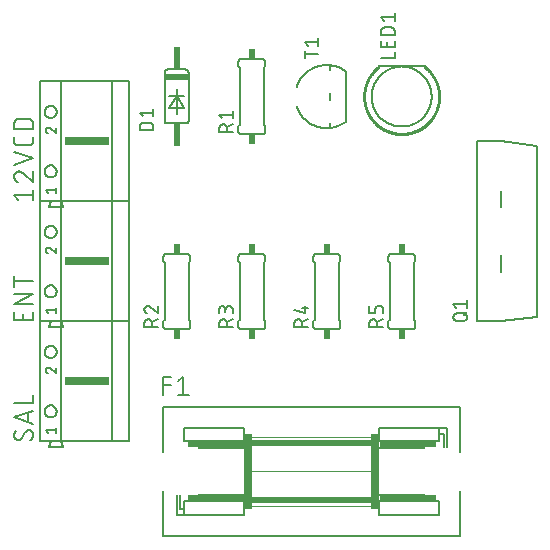
<source format=gbr>
G04 EAGLE Gerber X2 export*
%TF.Part,Single*%
%TF.FileFunction,Legend,Top,1*%
%TF.FilePolarity,Positive*%
%TF.GenerationSoftware,Autodesk,EAGLE,8.6.3*%
%TF.CreationDate,2019-07-23T16:48:33Z*%
G75*
%MOMM*%
%FSLAX34Y34*%
%LPD*%
%AMOC8*
5,1,8,0,0,1.08239X$1,22.5*%
G01*
%ADD10C,0.152400*%
%ADD11R,2.032000X0.508000*%
%ADD12R,0.508000X1.905000*%
%ADD13C,0.127000*%
%ADD14C,0.050800*%
%ADD15R,0.635000X1.143000*%
%ADD16R,0.635000X4.064000*%
%ADD17R,10.160000X0.508000*%
%ADD18R,3.937000X0.127000*%
%ADD19R,4.826000X0.508000*%
%ADD20C,0.177800*%
%ADD21C,0.203200*%
%ADD22C,0.254000*%
%ADD23R,0.609600X0.863600*%
%ADD24R,3.810000X0.762000*%


D10*
X152400Y400050D02*
X152400Y393700D01*
X158750Y383540D02*
X146050Y383540D01*
X152400Y393700D01*
X152400Y378460D01*
X158750Y383540D02*
X152400Y393700D01*
X158750Y393700D01*
X152400Y393700D02*
X146050Y393700D01*
X162560Y373380D02*
X162558Y373280D01*
X162552Y373181D01*
X162542Y373081D01*
X162529Y372983D01*
X162511Y372884D01*
X162490Y372787D01*
X162465Y372691D01*
X162436Y372595D01*
X162403Y372501D01*
X162367Y372408D01*
X162327Y372317D01*
X162283Y372227D01*
X162236Y372139D01*
X162186Y372053D01*
X162132Y371969D01*
X162075Y371887D01*
X162015Y371808D01*
X161951Y371730D01*
X161885Y371656D01*
X161816Y371584D01*
X161744Y371515D01*
X161670Y371449D01*
X161592Y371385D01*
X161513Y371325D01*
X161431Y371268D01*
X161347Y371214D01*
X161261Y371164D01*
X161173Y371117D01*
X161083Y371073D01*
X160992Y371033D01*
X160899Y370997D01*
X160805Y370964D01*
X160709Y370935D01*
X160613Y370910D01*
X160516Y370889D01*
X160417Y370871D01*
X160319Y370858D01*
X160219Y370848D01*
X160120Y370842D01*
X160020Y370840D01*
X162560Y414020D02*
X162558Y414120D01*
X162552Y414219D01*
X162542Y414319D01*
X162529Y414417D01*
X162511Y414516D01*
X162490Y414613D01*
X162465Y414709D01*
X162436Y414805D01*
X162403Y414899D01*
X162367Y414992D01*
X162327Y415083D01*
X162283Y415173D01*
X162236Y415261D01*
X162186Y415347D01*
X162132Y415431D01*
X162075Y415513D01*
X162015Y415592D01*
X161951Y415670D01*
X161885Y415744D01*
X161816Y415816D01*
X161744Y415885D01*
X161670Y415951D01*
X161592Y416015D01*
X161513Y416075D01*
X161431Y416132D01*
X161347Y416186D01*
X161261Y416236D01*
X161173Y416283D01*
X161083Y416327D01*
X160992Y416367D01*
X160899Y416403D01*
X160805Y416436D01*
X160709Y416465D01*
X160613Y416490D01*
X160516Y416511D01*
X160417Y416529D01*
X160319Y416542D01*
X160219Y416552D01*
X160120Y416558D01*
X160020Y416560D01*
X144780Y416560D02*
X144680Y416558D01*
X144581Y416552D01*
X144481Y416542D01*
X144383Y416529D01*
X144284Y416511D01*
X144187Y416490D01*
X144091Y416465D01*
X143995Y416436D01*
X143901Y416403D01*
X143808Y416367D01*
X143717Y416327D01*
X143627Y416283D01*
X143539Y416236D01*
X143453Y416186D01*
X143369Y416132D01*
X143287Y416075D01*
X143208Y416015D01*
X143130Y415951D01*
X143056Y415885D01*
X142984Y415816D01*
X142915Y415744D01*
X142849Y415670D01*
X142785Y415592D01*
X142725Y415513D01*
X142668Y415431D01*
X142614Y415347D01*
X142564Y415261D01*
X142517Y415173D01*
X142473Y415083D01*
X142433Y414992D01*
X142397Y414899D01*
X142364Y414805D01*
X142335Y414709D01*
X142310Y414613D01*
X142289Y414516D01*
X142271Y414417D01*
X142258Y414319D01*
X142248Y414219D01*
X142242Y414120D01*
X142240Y414020D01*
X142240Y373380D02*
X142242Y373280D01*
X142248Y373181D01*
X142258Y373081D01*
X142271Y372983D01*
X142289Y372884D01*
X142310Y372787D01*
X142335Y372691D01*
X142364Y372595D01*
X142397Y372501D01*
X142433Y372408D01*
X142473Y372317D01*
X142517Y372227D01*
X142564Y372139D01*
X142614Y372053D01*
X142668Y371969D01*
X142725Y371887D01*
X142785Y371808D01*
X142849Y371730D01*
X142915Y371656D01*
X142984Y371584D01*
X143056Y371515D01*
X143130Y371449D01*
X143208Y371385D01*
X143287Y371325D01*
X143369Y371268D01*
X143453Y371214D01*
X143539Y371164D01*
X143627Y371117D01*
X143717Y371073D01*
X143808Y371033D01*
X143901Y370997D01*
X143995Y370964D01*
X144091Y370935D01*
X144187Y370910D01*
X144284Y370889D01*
X144383Y370871D01*
X144481Y370858D01*
X144581Y370848D01*
X144680Y370842D01*
X144780Y370840D01*
X160020Y370840D01*
X160020Y416560D02*
X144780Y416560D01*
X162560Y414020D02*
X162560Y373380D01*
X142240Y373380D02*
X142240Y414020D01*
D11*
X152400Y410210D03*
D12*
X152400Y361315D03*
X152400Y426085D03*
D13*
X132715Y365125D02*
X121285Y365125D01*
X121285Y368300D01*
X121287Y368411D01*
X121293Y368521D01*
X121302Y368632D01*
X121316Y368742D01*
X121333Y368851D01*
X121354Y368960D01*
X121379Y369068D01*
X121408Y369175D01*
X121440Y369281D01*
X121476Y369386D01*
X121516Y369489D01*
X121559Y369591D01*
X121606Y369692D01*
X121657Y369791D01*
X121710Y369888D01*
X121767Y369982D01*
X121828Y370075D01*
X121891Y370166D01*
X121958Y370255D01*
X122028Y370341D01*
X122101Y370424D01*
X122176Y370506D01*
X122254Y370584D01*
X122336Y370659D01*
X122419Y370732D01*
X122505Y370802D01*
X122594Y370869D01*
X122685Y370932D01*
X122778Y370993D01*
X122873Y371050D01*
X122969Y371103D01*
X123068Y371154D01*
X123169Y371201D01*
X123271Y371244D01*
X123374Y371284D01*
X123479Y371320D01*
X123585Y371352D01*
X123692Y371381D01*
X123800Y371406D01*
X123909Y371427D01*
X124018Y371444D01*
X124128Y371458D01*
X124239Y371467D01*
X124349Y371473D01*
X124460Y371475D01*
X129540Y371475D01*
X129651Y371473D01*
X129761Y371467D01*
X129872Y371458D01*
X129982Y371444D01*
X130091Y371427D01*
X130200Y371406D01*
X130308Y371381D01*
X130415Y371352D01*
X130521Y371320D01*
X130626Y371284D01*
X130729Y371244D01*
X130831Y371201D01*
X130932Y371154D01*
X131031Y371103D01*
X131128Y371050D01*
X131222Y370993D01*
X131315Y370932D01*
X131406Y370869D01*
X131495Y370802D01*
X131581Y370732D01*
X131664Y370659D01*
X131746Y370584D01*
X131824Y370506D01*
X131899Y370424D01*
X131972Y370341D01*
X132042Y370255D01*
X132109Y370166D01*
X132172Y370075D01*
X132233Y369982D01*
X132290Y369888D01*
X132343Y369791D01*
X132394Y369692D01*
X132441Y369591D01*
X132484Y369489D01*
X132524Y369386D01*
X132560Y369281D01*
X132592Y369175D01*
X132621Y369068D01*
X132646Y368960D01*
X132667Y368851D01*
X132684Y368742D01*
X132698Y368632D01*
X132707Y368521D01*
X132713Y368411D01*
X132715Y368300D01*
X132715Y365125D01*
X123825Y376936D02*
X121285Y380111D01*
X132715Y380111D01*
X132715Y376936D02*
X132715Y383286D01*
D10*
X140970Y21590D02*
X392430Y21590D01*
X392430Y130810D02*
X140970Y130810D01*
D14*
X215900Y46990D02*
X317500Y46990D01*
X317500Y105410D02*
X215900Y105410D01*
D10*
X209550Y113030D02*
X158750Y113030D01*
X158750Y44450D02*
X158750Y39370D01*
X158750Y50800D02*
X209550Y50800D01*
X158750Y101600D02*
X158750Y113030D01*
X158750Y101600D02*
X209550Y101600D01*
X209550Y39370D02*
X158750Y39370D01*
X209550Y39370D02*
X209550Y50800D01*
X158750Y39370D02*
X152400Y39370D01*
X152400Y55880D01*
X154940Y55880D02*
X154940Y44450D01*
X158750Y44450D01*
X158750Y50800D01*
X209550Y101600D02*
X209550Y113030D01*
X323850Y39370D02*
X374650Y39370D01*
X374650Y107950D02*
X374650Y113030D01*
X374650Y101600D02*
X323850Y101600D01*
X374650Y50800D02*
X374650Y39370D01*
X374650Y50800D02*
X323850Y50800D01*
X323850Y113030D02*
X374650Y113030D01*
X323850Y113030D02*
X323850Y101600D01*
X374650Y113030D02*
X381000Y113030D01*
X381000Y96520D01*
X378460Y96520D02*
X378460Y107950D01*
X374650Y107950D01*
X374650Y101600D01*
X323850Y50800D02*
X323850Y39370D01*
D14*
X318770Y76200D02*
X214630Y76200D01*
D10*
X392430Y92710D02*
X392430Y130810D01*
X392430Y59690D02*
X392430Y21590D01*
X140970Y92710D02*
X140970Y130810D01*
X140970Y59690D02*
X140970Y21590D01*
D15*
X212725Y50165D03*
X212725Y102235D03*
D16*
X212725Y76200D03*
D15*
X320675Y102235D03*
X320675Y50165D03*
D16*
X320675Y76200D03*
D17*
X266700Y100330D03*
X266700Y52070D03*
D18*
X343535Y56515D03*
X343535Y95885D03*
X189865Y95885D03*
X189865Y56515D03*
D19*
X185420Y53340D03*
X185420Y99060D03*
X347980Y99060D03*
X347980Y53340D03*
D20*
X140589Y140589D02*
X140589Y156591D01*
X147701Y156591D01*
X147701Y149479D02*
X140589Y149479D01*
X153582Y153035D02*
X158027Y156591D01*
X158027Y140589D01*
X153582Y140589D02*
X162472Y140589D01*
D21*
X323850Y419100D02*
X361950Y419100D01*
D22*
X362566Y418626D01*
X363171Y418137D01*
X363763Y417633D01*
X364343Y417115D01*
X364910Y416583D01*
X365464Y416037D01*
X366004Y415478D01*
X366530Y414905D01*
X367043Y414320D01*
X367540Y413723D01*
X368023Y413114D01*
X368491Y412493D01*
X368944Y411860D01*
X369381Y411217D01*
X369802Y410563D01*
X370206Y409899D01*
X370595Y409226D01*
X370967Y408543D01*
X371322Y407851D01*
X371660Y407151D01*
X371981Y406443D01*
X372284Y405727D01*
X372570Y405003D01*
X372838Y404274D01*
X373088Y403537D01*
X373319Y402795D01*
X373533Y402047D01*
X373728Y401295D01*
X373905Y400537D01*
X374063Y399776D01*
X374203Y399011D01*
X374323Y398243D01*
X374425Y397472D01*
X374508Y396699D01*
X374572Y395924D01*
X374617Y395148D01*
X374643Y394371D01*
X374650Y393593D01*
X374638Y392816D01*
X374607Y392039D01*
X374556Y391263D01*
X374487Y390488D01*
X374399Y389716D01*
X374292Y388946D01*
X374166Y388178D01*
X374022Y387414D01*
X373858Y386654D01*
X373676Y385898D01*
X373476Y385147D01*
X373258Y384400D01*
X373021Y383660D01*
X372766Y382925D01*
X372493Y382197D01*
X372202Y381476D01*
X371894Y380762D01*
X371569Y380056D01*
X371226Y379358D01*
X370866Y378668D01*
X370490Y377988D01*
X370097Y377317D01*
X369687Y376656D01*
X369262Y376005D01*
X368821Y375365D01*
X368364Y374736D01*
X367892Y374118D01*
X367405Y373512D01*
X366903Y372918D01*
X366387Y372336D01*
X365857Y371767D01*
X365313Y371212D01*
X364755Y370669D01*
X364185Y370141D01*
X363602Y369627D01*
X363006Y369127D01*
X362398Y368642D01*
X361779Y368172D01*
X361148Y367718D01*
X360506Y367279D01*
X359854Y366855D01*
X359191Y366448D01*
X358519Y366057D01*
X357837Y365683D01*
X357147Y365326D01*
X356448Y364986D01*
X355740Y364662D01*
X355026Y364357D01*
X354303Y364068D01*
X353574Y363798D01*
X352839Y363546D01*
X352097Y363311D01*
X351350Y363095D01*
X350598Y362897D01*
X349842Y362718D01*
X349081Y362557D01*
X348317Y362415D01*
X347549Y362292D01*
X346778Y362188D01*
X346005Y362102D01*
X345231Y362036D01*
X344455Y361988D01*
X343678Y361960D01*
X342900Y361950D01*
X342122Y361960D01*
X341345Y361988D01*
X340569Y362036D01*
X339795Y362102D01*
X339022Y362188D01*
X338251Y362292D01*
X337483Y362415D01*
X336719Y362557D01*
X335958Y362718D01*
X335202Y362897D01*
X334450Y363095D01*
X333703Y363311D01*
X332961Y363546D01*
X332226Y363798D01*
X331497Y364068D01*
X330774Y364357D01*
X330060Y364662D01*
X329352Y364986D01*
X328653Y365326D01*
X327963Y365683D01*
X327281Y366057D01*
X326609Y366448D01*
X325946Y366855D01*
X325294Y367279D01*
X324652Y367718D01*
X324021Y368172D01*
X323402Y368642D01*
X322794Y369127D01*
X322198Y369627D01*
X321615Y370141D01*
X321045Y370669D01*
X320487Y371212D01*
X319943Y371767D01*
X319413Y372336D01*
X318897Y372918D01*
X318395Y373512D01*
X317908Y374118D01*
X317436Y374736D01*
X316979Y375365D01*
X316538Y376005D01*
X316113Y376656D01*
X315703Y377317D01*
X315310Y377988D01*
X314934Y378668D01*
X314574Y379358D01*
X314231Y380056D01*
X313906Y380762D01*
X313598Y381476D01*
X313307Y382197D01*
X313034Y382925D01*
X312779Y383660D01*
X312542Y384400D01*
X312324Y385147D01*
X312124Y385898D01*
X311942Y386654D01*
X311778Y387414D01*
X311634Y388178D01*
X311508Y388946D01*
X311401Y389716D01*
X311313Y390488D01*
X311244Y391263D01*
X311193Y392039D01*
X311162Y392816D01*
X311150Y393593D01*
X311157Y394371D01*
X311183Y395148D01*
X311228Y395924D01*
X311292Y396699D01*
X311375Y397472D01*
X311477Y398243D01*
X311597Y399011D01*
X311737Y399776D01*
X311895Y400537D01*
X312072Y401295D01*
X312267Y402047D01*
X312481Y402795D01*
X312712Y403537D01*
X312962Y404274D01*
X313230Y405003D01*
X313516Y405727D01*
X313819Y406443D01*
X314140Y407151D01*
X314478Y407851D01*
X314833Y408543D01*
X315205Y409226D01*
X315594Y409899D01*
X315998Y410563D01*
X316419Y411217D01*
X316856Y411860D01*
X317309Y412493D01*
X317777Y413114D01*
X318260Y413723D01*
X318757Y414320D01*
X319270Y414905D01*
X319796Y415478D01*
X320336Y416037D01*
X320890Y416583D01*
X321457Y417115D01*
X322037Y417633D01*
X322629Y418137D01*
X323234Y418626D01*
X323850Y419100D01*
D10*
X317500Y393700D02*
X317508Y394323D01*
X317531Y394946D01*
X317569Y395569D01*
X317622Y396190D01*
X317691Y396809D01*
X317775Y397427D01*
X317874Y398042D01*
X317988Y398655D01*
X318117Y399265D01*
X318261Y399872D01*
X318420Y400475D01*
X318594Y401073D01*
X318782Y401668D01*
X318985Y402257D01*
X319202Y402841D01*
X319433Y403420D01*
X319679Y403993D01*
X319939Y404560D01*
X320212Y405120D01*
X320499Y405673D01*
X320800Y406220D01*
X321114Y406758D01*
X321441Y407289D01*
X321781Y407811D01*
X322133Y408326D01*
X322499Y408831D01*
X322876Y409327D01*
X323266Y409814D01*
X323667Y410291D01*
X324080Y410758D01*
X324504Y411214D01*
X324939Y411661D01*
X325386Y412096D01*
X325842Y412520D01*
X326309Y412933D01*
X326786Y413334D01*
X327273Y413724D01*
X327769Y414101D01*
X328274Y414467D01*
X328789Y414819D01*
X329311Y415159D01*
X329842Y415486D01*
X330380Y415800D01*
X330927Y416101D01*
X331480Y416388D01*
X332040Y416661D01*
X332607Y416921D01*
X333180Y417167D01*
X333759Y417398D01*
X334343Y417615D01*
X334932Y417818D01*
X335527Y418006D01*
X336125Y418180D01*
X336728Y418339D01*
X337335Y418483D01*
X337945Y418612D01*
X338558Y418726D01*
X339173Y418825D01*
X339791Y418909D01*
X340410Y418978D01*
X341031Y419031D01*
X341654Y419069D01*
X342277Y419092D01*
X342900Y419100D01*
X343523Y419092D01*
X344146Y419069D01*
X344769Y419031D01*
X345390Y418978D01*
X346009Y418909D01*
X346627Y418825D01*
X347242Y418726D01*
X347855Y418612D01*
X348465Y418483D01*
X349072Y418339D01*
X349675Y418180D01*
X350273Y418006D01*
X350868Y417818D01*
X351457Y417615D01*
X352041Y417398D01*
X352620Y417167D01*
X353193Y416921D01*
X353760Y416661D01*
X354320Y416388D01*
X354873Y416101D01*
X355420Y415800D01*
X355958Y415486D01*
X356489Y415159D01*
X357011Y414819D01*
X357526Y414467D01*
X358031Y414101D01*
X358527Y413724D01*
X359014Y413334D01*
X359491Y412933D01*
X359958Y412520D01*
X360414Y412096D01*
X360861Y411661D01*
X361296Y411214D01*
X361720Y410758D01*
X362133Y410291D01*
X362534Y409814D01*
X362924Y409327D01*
X363301Y408831D01*
X363667Y408326D01*
X364019Y407811D01*
X364359Y407289D01*
X364686Y406758D01*
X365000Y406220D01*
X365301Y405673D01*
X365588Y405120D01*
X365861Y404560D01*
X366121Y403993D01*
X366367Y403420D01*
X366598Y402841D01*
X366815Y402257D01*
X367018Y401668D01*
X367206Y401073D01*
X367380Y400475D01*
X367539Y399872D01*
X367683Y399265D01*
X367812Y398655D01*
X367926Y398042D01*
X368025Y397427D01*
X368109Y396809D01*
X368178Y396190D01*
X368231Y395569D01*
X368269Y394946D01*
X368292Y394323D01*
X368300Y393700D01*
X368292Y393077D01*
X368269Y392454D01*
X368231Y391831D01*
X368178Y391210D01*
X368109Y390591D01*
X368025Y389973D01*
X367926Y389358D01*
X367812Y388745D01*
X367683Y388135D01*
X367539Y387528D01*
X367380Y386925D01*
X367206Y386327D01*
X367018Y385732D01*
X366815Y385143D01*
X366598Y384559D01*
X366367Y383980D01*
X366121Y383407D01*
X365861Y382840D01*
X365588Y382280D01*
X365301Y381727D01*
X365000Y381180D01*
X364686Y380642D01*
X364359Y380111D01*
X364019Y379589D01*
X363667Y379074D01*
X363301Y378569D01*
X362924Y378073D01*
X362534Y377586D01*
X362133Y377109D01*
X361720Y376642D01*
X361296Y376186D01*
X360861Y375739D01*
X360414Y375304D01*
X359958Y374880D01*
X359491Y374467D01*
X359014Y374066D01*
X358527Y373676D01*
X358031Y373299D01*
X357526Y372933D01*
X357011Y372581D01*
X356489Y372241D01*
X355958Y371914D01*
X355420Y371600D01*
X354873Y371299D01*
X354320Y371012D01*
X353760Y370739D01*
X353193Y370479D01*
X352620Y370233D01*
X352041Y370002D01*
X351457Y369785D01*
X350868Y369582D01*
X350273Y369394D01*
X349675Y369220D01*
X349072Y369061D01*
X348465Y368917D01*
X347855Y368788D01*
X347242Y368674D01*
X346627Y368575D01*
X346009Y368491D01*
X345390Y368422D01*
X344769Y368369D01*
X344146Y368331D01*
X343523Y368308D01*
X342900Y368300D01*
X342277Y368308D01*
X341654Y368331D01*
X341031Y368369D01*
X340410Y368422D01*
X339791Y368491D01*
X339173Y368575D01*
X338558Y368674D01*
X337945Y368788D01*
X337335Y368917D01*
X336728Y369061D01*
X336125Y369220D01*
X335527Y369394D01*
X334932Y369582D01*
X334343Y369785D01*
X333759Y370002D01*
X333180Y370233D01*
X332607Y370479D01*
X332040Y370739D01*
X331480Y371012D01*
X330927Y371299D01*
X330380Y371600D01*
X329842Y371914D01*
X329311Y372241D01*
X328789Y372581D01*
X328274Y372933D01*
X327769Y373299D01*
X327273Y373676D01*
X326786Y374066D01*
X326309Y374467D01*
X325842Y374880D01*
X325386Y375304D01*
X324939Y375739D01*
X324504Y376186D01*
X324080Y376642D01*
X323667Y377109D01*
X323266Y377586D01*
X322876Y378073D01*
X322499Y378569D01*
X322133Y379074D01*
X321781Y379589D01*
X321441Y380111D01*
X321114Y380642D01*
X320800Y381180D01*
X320499Y381727D01*
X320212Y382280D01*
X319939Y382840D01*
X319679Y383407D01*
X319433Y383980D01*
X319202Y384559D01*
X318985Y385143D01*
X318782Y385732D01*
X318594Y386327D01*
X318420Y386925D01*
X318261Y387528D01*
X318117Y388135D01*
X317988Y388745D01*
X317874Y389358D01*
X317775Y389973D01*
X317691Y390591D01*
X317622Y391210D01*
X317569Y391831D01*
X317531Y392454D01*
X317508Y393077D01*
X317500Y393700D01*
D13*
X325501Y426085D02*
X336931Y426085D01*
X336931Y431165D01*
X336931Y435991D02*
X336931Y441071D01*
X336931Y435991D02*
X325501Y435991D01*
X325501Y441071D01*
X330581Y439801D02*
X330581Y435991D01*
X325501Y445872D02*
X336931Y445872D01*
X325501Y445872D02*
X325501Y449047D01*
X325503Y449158D01*
X325509Y449268D01*
X325518Y449379D01*
X325532Y449489D01*
X325549Y449598D01*
X325570Y449707D01*
X325595Y449815D01*
X325624Y449922D01*
X325656Y450028D01*
X325692Y450133D01*
X325732Y450236D01*
X325775Y450338D01*
X325822Y450439D01*
X325873Y450538D01*
X325926Y450635D01*
X325983Y450729D01*
X326044Y450822D01*
X326107Y450913D01*
X326174Y451002D01*
X326244Y451088D01*
X326317Y451171D01*
X326392Y451253D01*
X326470Y451331D01*
X326552Y451406D01*
X326635Y451479D01*
X326721Y451549D01*
X326810Y451616D01*
X326901Y451679D01*
X326994Y451740D01*
X327089Y451797D01*
X327185Y451850D01*
X327284Y451901D01*
X327385Y451948D01*
X327487Y451991D01*
X327590Y452031D01*
X327695Y452067D01*
X327801Y452099D01*
X327908Y452128D01*
X328016Y452153D01*
X328125Y452174D01*
X328234Y452191D01*
X328344Y452205D01*
X328455Y452214D01*
X328565Y452220D01*
X328676Y452222D01*
X333756Y452222D01*
X333867Y452220D01*
X333977Y452214D01*
X334088Y452205D01*
X334198Y452191D01*
X334307Y452174D01*
X334416Y452153D01*
X334524Y452128D01*
X334631Y452099D01*
X334737Y452067D01*
X334842Y452031D01*
X334945Y451991D01*
X335047Y451948D01*
X335148Y451901D01*
X335247Y451850D01*
X335344Y451797D01*
X335438Y451740D01*
X335531Y451679D01*
X335622Y451616D01*
X335711Y451549D01*
X335797Y451479D01*
X335880Y451406D01*
X335962Y451331D01*
X336040Y451253D01*
X336115Y451171D01*
X336188Y451088D01*
X336258Y451002D01*
X336325Y450913D01*
X336388Y450822D01*
X336449Y450729D01*
X336506Y450635D01*
X336559Y450538D01*
X336610Y450439D01*
X336657Y450338D01*
X336700Y450236D01*
X336740Y450133D01*
X336776Y450028D01*
X336808Y449922D01*
X336837Y449815D01*
X336862Y449707D01*
X336883Y449598D01*
X336900Y449489D01*
X336914Y449379D01*
X336923Y449268D01*
X336929Y449158D01*
X336931Y449047D01*
X336931Y445872D01*
X328041Y457683D02*
X325501Y460858D01*
X336931Y460858D01*
X336931Y457683D02*
X336931Y464033D01*
D10*
X426720Y313690D02*
X426720Y299720D01*
X426720Y259080D02*
X426720Y245110D01*
X406400Y203200D02*
X406400Y355600D01*
X457200Y351790D02*
X457200Y207010D01*
X426720Y203200D02*
X406400Y203200D01*
X426720Y203200D02*
X457200Y207010D01*
X426720Y355600D02*
X406400Y355600D01*
X426720Y355600D02*
X457200Y351790D01*
D13*
X394970Y203835D02*
X389890Y203835D01*
X389779Y203837D01*
X389669Y203843D01*
X389558Y203852D01*
X389448Y203866D01*
X389339Y203883D01*
X389230Y203904D01*
X389122Y203929D01*
X389015Y203958D01*
X388909Y203990D01*
X388804Y204026D01*
X388701Y204066D01*
X388599Y204109D01*
X388498Y204156D01*
X388399Y204207D01*
X388303Y204260D01*
X388208Y204317D01*
X388115Y204378D01*
X388024Y204441D01*
X387935Y204508D01*
X387849Y204578D01*
X387766Y204651D01*
X387684Y204726D01*
X387606Y204804D01*
X387531Y204886D01*
X387458Y204969D01*
X387388Y205055D01*
X387321Y205144D01*
X387258Y205235D01*
X387197Y205328D01*
X387140Y205423D01*
X387087Y205519D01*
X387036Y205618D01*
X386989Y205719D01*
X386946Y205821D01*
X386906Y205924D01*
X386870Y206029D01*
X386838Y206135D01*
X386809Y206242D01*
X386784Y206350D01*
X386763Y206459D01*
X386746Y206568D01*
X386732Y206678D01*
X386723Y206789D01*
X386717Y206899D01*
X386715Y207010D01*
X386717Y207121D01*
X386723Y207231D01*
X386732Y207342D01*
X386746Y207452D01*
X386763Y207561D01*
X386784Y207670D01*
X386809Y207778D01*
X386838Y207885D01*
X386870Y207991D01*
X386906Y208096D01*
X386946Y208199D01*
X386989Y208301D01*
X387036Y208402D01*
X387087Y208501D01*
X387140Y208598D01*
X387197Y208692D01*
X387258Y208785D01*
X387321Y208876D01*
X387388Y208965D01*
X387458Y209051D01*
X387531Y209134D01*
X387606Y209216D01*
X387684Y209294D01*
X387766Y209369D01*
X387849Y209442D01*
X387935Y209512D01*
X388024Y209579D01*
X388115Y209642D01*
X388208Y209703D01*
X388303Y209760D01*
X388399Y209813D01*
X388498Y209864D01*
X388599Y209911D01*
X388701Y209954D01*
X388804Y209994D01*
X388909Y210030D01*
X389015Y210062D01*
X389122Y210091D01*
X389230Y210116D01*
X389339Y210137D01*
X389448Y210154D01*
X389558Y210168D01*
X389669Y210177D01*
X389779Y210183D01*
X389890Y210185D01*
X394970Y210185D01*
X395081Y210183D01*
X395191Y210177D01*
X395302Y210168D01*
X395412Y210154D01*
X395521Y210137D01*
X395630Y210116D01*
X395738Y210091D01*
X395845Y210062D01*
X395951Y210030D01*
X396056Y209994D01*
X396159Y209954D01*
X396261Y209911D01*
X396362Y209864D01*
X396461Y209813D01*
X396558Y209760D01*
X396652Y209703D01*
X396745Y209642D01*
X396836Y209579D01*
X396925Y209512D01*
X397011Y209442D01*
X397094Y209369D01*
X397176Y209294D01*
X397254Y209216D01*
X397329Y209134D01*
X397402Y209051D01*
X397472Y208965D01*
X397539Y208876D01*
X397602Y208785D01*
X397663Y208692D01*
X397720Y208597D01*
X397773Y208501D01*
X397824Y208402D01*
X397871Y208301D01*
X397914Y208199D01*
X397954Y208096D01*
X397990Y207991D01*
X398022Y207885D01*
X398051Y207778D01*
X398076Y207670D01*
X398097Y207561D01*
X398114Y207452D01*
X398128Y207342D01*
X398137Y207231D01*
X398143Y207121D01*
X398145Y207010D01*
X398143Y206899D01*
X398137Y206789D01*
X398128Y206678D01*
X398114Y206568D01*
X398097Y206459D01*
X398076Y206350D01*
X398051Y206242D01*
X398022Y206135D01*
X397990Y206029D01*
X397954Y205924D01*
X397914Y205821D01*
X397871Y205719D01*
X397824Y205618D01*
X397773Y205519D01*
X397720Y205422D01*
X397663Y205328D01*
X397602Y205235D01*
X397539Y205144D01*
X397472Y205055D01*
X397402Y204969D01*
X397329Y204886D01*
X397254Y204804D01*
X397176Y204726D01*
X397094Y204651D01*
X397011Y204578D01*
X396925Y204508D01*
X396836Y204441D01*
X396745Y204378D01*
X396652Y204317D01*
X396558Y204260D01*
X396461Y204207D01*
X396362Y204156D01*
X396261Y204109D01*
X396159Y204066D01*
X396056Y204026D01*
X395951Y203990D01*
X395845Y203958D01*
X395738Y203929D01*
X395630Y203904D01*
X395521Y203883D01*
X395412Y203866D01*
X395302Y203852D01*
X395191Y203843D01*
X395081Y203837D01*
X394970Y203835D01*
X395605Y208915D02*
X398145Y211455D01*
X389255Y214896D02*
X386715Y218071D01*
X398145Y218071D01*
X398145Y214896D02*
X398145Y221246D01*
D10*
X207010Y361950D02*
X206910Y361952D01*
X206811Y361958D01*
X206711Y361968D01*
X206613Y361981D01*
X206514Y361999D01*
X206417Y362020D01*
X206321Y362045D01*
X206225Y362074D01*
X206131Y362107D01*
X206038Y362143D01*
X205947Y362183D01*
X205857Y362227D01*
X205769Y362274D01*
X205683Y362324D01*
X205599Y362378D01*
X205517Y362435D01*
X205438Y362495D01*
X205360Y362559D01*
X205286Y362625D01*
X205214Y362694D01*
X205145Y362766D01*
X205079Y362840D01*
X205015Y362918D01*
X204955Y362997D01*
X204898Y363079D01*
X204844Y363163D01*
X204794Y363249D01*
X204747Y363337D01*
X204703Y363427D01*
X204663Y363518D01*
X204627Y363611D01*
X204594Y363705D01*
X204565Y363801D01*
X204540Y363897D01*
X204519Y363994D01*
X204501Y364093D01*
X204488Y364191D01*
X204478Y364291D01*
X204472Y364390D01*
X204470Y364490D01*
X224790Y361950D02*
X224890Y361952D01*
X224989Y361958D01*
X225089Y361968D01*
X225187Y361981D01*
X225286Y361999D01*
X225383Y362020D01*
X225479Y362045D01*
X225575Y362074D01*
X225669Y362107D01*
X225762Y362143D01*
X225853Y362183D01*
X225943Y362227D01*
X226031Y362274D01*
X226117Y362324D01*
X226201Y362378D01*
X226283Y362435D01*
X226362Y362495D01*
X226440Y362559D01*
X226514Y362625D01*
X226586Y362694D01*
X226655Y362766D01*
X226721Y362840D01*
X226785Y362918D01*
X226845Y362997D01*
X226902Y363079D01*
X226956Y363163D01*
X227006Y363249D01*
X227053Y363337D01*
X227097Y363427D01*
X227137Y363518D01*
X227173Y363611D01*
X227206Y363705D01*
X227235Y363801D01*
X227260Y363897D01*
X227281Y363994D01*
X227299Y364093D01*
X227312Y364191D01*
X227322Y364291D01*
X227328Y364390D01*
X227330Y364490D01*
X227330Y422910D02*
X227328Y423010D01*
X227322Y423109D01*
X227312Y423209D01*
X227299Y423307D01*
X227281Y423406D01*
X227260Y423503D01*
X227235Y423599D01*
X227206Y423695D01*
X227173Y423789D01*
X227137Y423882D01*
X227097Y423973D01*
X227053Y424063D01*
X227006Y424151D01*
X226956Y424237D01*
X226902Y424321D01*
X226845Y424403D01*
X226785Y424482D01*
X226721Y424560D01*
X226655Y424634D01*
X226586Y424706D01*
X226514Y424775D01*
X226440Y424841D01*
X226362Y424905D01*
X226283Y424965D01*
X226201Y425022D01*
X226117Y425076D01*
X226031Y425126D01*
X225943Y425173D01*
X225853Y425217D01*
X225762Y425257D01*
X225669Y425293D01*
X225575Y425326D01*
X225479Y425355D01*
X225383Y425380D01*
X225286Y425401D01*
X225187Y425419D01*
X225089Y425432D01*
X224989Y425442D01*
X224890Y425448D01*
X224790Y425450D01*
X207010Y425450D02*
X206910Y425448D01*
X206811Y425442D01*
X206711Y425432D01*
X206613Y425419D01*
X206514Y425401D01*
X206417Y425380D01*
X206321Y425355D01*
X206225Y425326D01*
X206131Y425293D01*
X206038Y425257D01*
X205947Y425217D01*
X205857Y425173D01*
X205769Y425126D01*
X205683Y425076D01*
X205599Y425022D01*
X205517Y424965D01*
X205438Y424905D01*
X205360Y424841D01*
X205286Y424775D01*
X205214Y424706D01*
X205145Y424634D01*
X205079Y424560D01*
X205015Y424482D01*
X204955Y424403D01*
X204898Y424321D01*
X204844Y424237D01*
X204794Y424151D01*
X204747Y424063D01*
X204703Y423973D01*
X204663Y423882D01*
X204627Y423789D01*
X204594Y423695D01*
X204565Y423599D01*
X204540Y423503D01*
X204519Y423406D01*
X204501Y423307D01*
X204488Y423209D01*
X204478Y423109D01*
X204472Y423010D01*
X204470Y422910D01*
X207010Y361950D02*
X224790Y361950D01*
X204470Y364490D02*
X204470Y368300D01*
X205740Y369570D01*
X227330Y368300D02*
X227330Y364490D01*
X227330Y368300D02*
X226060Y369570D01*
X205740Y417830D02*
X204470Y419100D01*
X205740Y417830D02*
X205740Y369570D01*
X226060Y417830D02*
X227330Y419100D01*
X226060Y417830D02*
X226060Y369570D01*
X204470Y419100D02*
X204470Y422910D01*
X227330Y422910D02*
X227330Y419100D01*
X224790Y425450D02*
X207010Y425450D01*
D13*
X200025Y363855D02*
X188595Y363855D01*
X188595Y367030D01*
X188597Y367141D01*
X188603Y367251D01*
X188612Y367362D01*
X188626Y367472D01*
X188643Y367581D01*
X188664Y367690D01*
X188689Y367798D01*
X188718Y367905D01*
X188750Y368011D01*
X188786Y368116D01*
X188826Y368219D01*
X188869Y368321D01*
X188916Y368422D01*
X188967Y368521D01*
X189020Y368618D01*
X189077Y368712D01*
X189138Y368805D01*
X189201Y368896D01*
X189268Y368985D01*
X189338Y369071D01*
X189411Y369154D01*
X189486Y369236D01*
X189564Y369314D01*
X189646Y369389D01*
X189729Y369462D01*
X189815Y369532D01*
X189904Y369599D01*
X189995Y369662D01*
X190088Y369723D01*
X190183Y369780D01*
X190279Y369833D01*
X190378Y369884D01*
X190479Y369931D01*
X190581Y369974D01*
X190684Y370014D01*
X190789Y370050D01*
X190895Y370082D01*
X191002Y370111D01*
X191110Y370136D01*
X191219Y370157D01*
X191328Y370174D01*
X191438Y370188D01*
X191549Y370197D01*
X191659Y370203D01*
X191770Y370205D01*
X191881Y370203D01*
X191991Y370197D01*
X192102Y370188D01*
X192212Y370174D01*
X192321Y370157D01*
X192430Y370136D01*
X192538Y370111D01*
X192645Y370082D01*
X192751Y370050D01*
X192856Y370014D01*
X192959Y369974D01*
X193061Y369931D01*
X193162Y369884D01*
X193261Y369833D01*
X193358Y369780D01*
X193452Y369723D01*
X193545Y369662D01*
X193636Y369599D01*
X193725Y369532D01*
X193811Y369462D01*
X193894Y369389D01*
X193976Y369314D01*
X194054Y369236D01*
X194129Y369154D01*
X194202Y369071D01*
X194272Y368985D01*
X194339Y368896D01*
X194402Y368805D01*
X194463Y368712D01*
X194520Y368618D01*
X194573Y368521D01*
X194624Y368422D01*
X194671Y368321D01*
X194714Y368219D01*
X194754Y368116D01*
X194790Y368011D01*
X194822Y367905D01*
X194851Y367798D01*
X194876Y367690D01*
X194897Y367581D01*
X194914Y367472D01*
X194928Y367362D01*
X194937Y367251D01*
X194943Y367141D01*
X194945Y367030D01*
X194945Y363855D01*
X194945Y367665D02*
X200025Y370205D01*
X191135Y375202D02*
X188595Y378377D01*
X200025Y378377D01*
X200025Y375202D02*
X200025Y381552D01*
D23*
X215900Y429768D03*
X215900Y357632D03*
D10*
X140970Y199390D02*
X140972Y199290D01*
X140978Y199191D01*
X140988Y199091D01*
X141001Y198993D01*
X141019Y198894D01*
X141040Y198797D01*
X141065Y198701D01*
X141094Y198605D01*
X141127Y198511D01*
X141163Y198418D01*
X141203Y198327D01*
X141247Y198237D01*
X141294Y198149D01*
X141344Y198063D01*
X141398Y197979D01*
X141455Y197897D01*
X141515Y197818D01*
X141579Y197740D01*
X141645Y197666D01*
X141714Y197594D01*
X141786Y197525D01*
X141860Y197459D01*
X141938Y197395D01*
X142017Y197335D01*
X142099Y197278D01*
X142183Y197224D01*
X142269Y197174D01*
X142357Y197127D01*
X142447Y197083D01*
X142538Y197043D01*
X142631Y197007D01*
X142725Y196974D01*
X142821Y196945D01*
X142917Y196920D01*
X143014Y196899D01*
X143113Y196881D01*
X143211Y196868D01*
X143311Y196858D01*
X143410Y196852D01*
X143510Y196850D01*
X161290Y196850D02*
X161390Y196852D01*
X161489Y196858D01*
X161589Y196868D01*
X161687Y196881D01*
X161786Y196899D01*
X161883Y196920D01*
X161979Y196945D01*
X162075Y196974D01*
X162169Y197007D01*
X162262Y197043D01*
X162353Y197083D01*
X162443Y197127D01*
X162531Y197174D01*
X162617Y197224D01*
X162701Y197278D01*
X162783Y197335D01*
X162862Y197395D01*
X162940Y197459D01*
X163014Y197525D01*
X163086Y197594D01*
X163155Y197666D01*
X163221Y197740D01*
X163285Y197818D01*
X163345Y197897D01*
X163402Y197979D01*
X163456Y198063D01*
X163506Y198149D01*
X163553Y198237D01*
X163597Y198327D01*
X163637Y198418D01*
X163673Y198511D01*
X163706Y198605D01*
X163735Y198701D01*
X163760Y198797D01*
X163781Y198894D01*
X163799Y198993D01*
X163812Y199091D01*
X163822Y199191D01*
X163828Y199290D01*
X163830Y199390D01*
X163830Y257810D02*
X163828Y257910D01*
X163822Y258009D01*
X163812Y258109D01*
X163799Y258207D01*
X163781Y258306D01*
X163760Y258403D01*
X163735Y258499D01*
X163706Y258595D01*
X163673Y258689D01*
X163637Y258782D01*
X163597Y258873D01*
X163553Y258963D01*
X163506Y259051D01*
X163456Y259137D01*
X163402Y259221D01*
X163345Y259303D01*
X163285Y259382D01*
X163221Y259460D01*
X163155Y259534D01*
X163086Y259606D01*
X163014Y259675D01*
X162940Y259741D01*
X162862Y259805D01*
X162783Y259865D01*
X162701Y259922D01*
X162617Y259976D01*
X162531Y260026D01*
X162443Y260073D01*
X162353Y260117D01*
X162262Y260157D01*
X162169Y260193D01*
X162075Y260226D01*
X161979Y260255D01*
X161883Y260280D01*
X161786Y260301D01*
X161687Y260319D01*
X161589Y260332D01*
X161489Y260342D01*
X161390Y260348D01*
X161290Y260350D01*
X143510Y260350D02*
X143410Y260348D01*
X143311Y260342D01*
X143211Y260332D01*
X143113Y260319D01*
X143014Y260301D01*
X142917Y260280D01*
X142821Y260255D01*
X142725Y260226D01*
X142631Y260193D01*
X142538Y260157D01*
X142447Y260117D01*
X142357Y260073D01*
X142269Y260026D01*
X142183Y259976D01*
X142099Y259922D01*
X142017Y259865D01*
X141938Y259805D01*
X141860Y259741D01*
X141786Y259675D01*
X141714Y259606D01*
X141645Y259534D01*
X141579Y259460D01*
X141515Y259382D01*
X141455Y259303D01*
X141398Y259221D01*
X141344Y259137D01*
X141294Y259051D01*
X141247Y258963D01*
X141203Y258873D01*
X141163Y258782D01*
X141127Y258689D01*
X141094Y258595D01*
X141065Y258499D01*
X141040Y258403D01*
X141019Y258306D01*
X141001Y258207D01*
X140988Y258109D01*
X140978Y258009D01*
X140972Y257910D01*
X140970Y257810D01*
X143510Y196850D02*
X161290Y196850D01*
X140970Y199390D02*
X140970Y203200D01*
X142240Y204470D01*
X163830Y203200D02*
X163830Y199390D01*
X163830Y203200D02*
X162560Y204470D01*
X142240Y252730D02*
X140970Y254000D01*
X142240Y252730D02*
X142240Y204470D01*
X162560Y252730D02*
X163830Y254000D01*
X162560Y252730D02*
X162560Y204470D01*
X140970Y254000D02*
X140970Y257810D01*
X163830Y257810D02*
X163830Y254000D01*
X161290Y260350D02*
X143510Y260350D01*
D13*
X136525Y198755D02*
X125095Y198755D01*
X125095Y201930D01*
X125097Y202041D01*
X125103Y202151D01*
X125112Y202262D01*
X125126Y202372D01*
X125143Y202481D01*
X125164Y202590D01*
X125189Y202698D01*
X125218Y202805D01*
X125250Y202911D01*
X125286Y203016D01*
X125326Y203119D01*
X125369Y203221D01*
X125416Y203322D01*
X125467Y203421D01*
X125520Y203518D01*
X125577Y203612D01*
X125638Y203705D01*
X125701Y203796D01*
X125768Y203885D01*
X125838Y203971D01*
X125911Y204054D01*
X125986Y204136D01*
X126064Y204214D01*
X126146Y204289D01*
X126229Y204362D01*
X126315Y204432D01*
X126404Y204499D01*
X126495Y204562D01*
X126588Y204623D01*
X126683Y204680D01*
X126779Y204733D01*
X126878Y204784D01*
X126979Y204831D01*
X127081Y204874D01*
X127184Y204914D01*
X127289Y204950D01*
X127395Y204982D01*
X127502Y205011D01*
X127610Y205036D01*
X127719Y205057D01*
X127828Y205074D01*
X127938Y205088D01*
X128049Y205097D01*
X128159Y205103D01*
X128270Y205105D01*
X128381Y205103D01*
X128491Y205097D01*
X128602Y205088D01*
X128712Y205074D01*
X128821Y205057D01*
X128930Y205036D01*
X129038Y205011D01*
X129145Y204982D01*
X129251Y204950D01*
X129356Y204914D01*
X129459Y204874D01*
X129561Y204831D01*
X129662Y204784D01*
X129761Y204733D01*
X129858Y204680D01*
X129952Y204623D01*
X130045Y204562D01*
X130136Y204499D01*
X130225Y204432D01*
X130311Y204362D01*
X130394Y204289D01*
X130476Y204214D01*
X130554Y204136D01*
X130629Y204054D01*
X130702Y203971D01*
X130772Y203885D01*
X130839Y203796D01*
X130902Y203705D01*
X130963Y203612D01*
X131020Y203518D01*
X131073Y203421D01*
X131124Y203322D01*
X131171Y203221D01*
X131214Y203119D01*
X131254Y203016D01*
X131290Y202911D01*
X131322Y202805D01*
X131351Y202698D01*
X131376Y202590D01*
X131397Y202481D01*
X131414Y202372D01*
X131428Y202262D01*
X131437Y202151D01*
X131443Y202041D01*
X131445Y201930D01*
X131445Y198755D01*
X131445Y202565D02*
X136525Y205105D01*
X127953Y216453D02*
X127849Y216451D01*
X127744Y216445D01*
X127640Y216436D01*
X127537Y216423D01*
X127434Y216405D01*
X127332Y216385D01*
X127230Y216360D01*
X127130Y216332D01*
X127030Y216300D01*
X126932Y216264D01*
X126835Y216225D01*
X126740Y216183D01*
X126646Y216137D01*
X126554Y216087D01*
X126464Y216035D01*
X126376Y215979D01*
X126290Y215919D01*
X126206Y215857D01*
X126125Y215792D01*
X126046Y215724D01*
X125969Y215652D01*
X125896Y215579D01*
X125824Y215502D01*
X125756Y215423D01*
X125691Y215342D01*
X125629Y215258D01*
X125569Y215172D01*
X125513Y215084D01*
X125461Y214994D01*
X125411Y214902D01*
X125365Y214808D01*
X125323Y214713D01*
X125284Y214616D01*
X125248Y214518D01*
X125216Y214418D01*
X125188Y214318D01*
X125163Y214216D01*
X125143Y214114D01*
X125125Y214011D01*
X125112Y213908D01*
X125103Y213804D01*
X125097Y213699D01*
X125095Y213595D01*
X125097Y213477D01*
X125103Y213358D01*
X125112Y213240D01*
X125125Y213123D01*
X125143Y213006D01*
X125163Y212889D01*
X125188Y212773D01*
X125216Y212658D01*
X125249Y212545D01*
X125284Y212432D01*
X125324Y212320D01*
X125366Y212210D01*
X125413Y212101D01*
X125463Y211993D01*
X125516Y211888D01*
X125573Y211784D01*
X125633Y211682D01*
X125696Y211582D01*
X125763Y211484D01*
X125832Y211388D01*
X125905Y211295D01*
X125981Y211204D01*
X126059Y211115D01*
X126141Y211029D01*
X126225Y210946D01*
X126311Y210865D01*
X126401Y210788D01*
X126492Y210713D01*
X126586Y210641D01*
X126683Y210572D01*
X126781Y210507D01*
X126882Y210444D01*
X126985Y210385D01*
X127089Y210329D01*
X127195Y210277D01*
X127303Y210228D01*
X127412Y210183D01*
X127523Y210141D01*
X127635Y210103D01*
X130175Y215500D02*
X130100Y215576D01*
X130021Y215651D01*
X129940Y215722D01*
X129856Y215791D01*
X129770Y215856D01*
X129682Y215918D01*
X129592Y215978D01*
X129500Y216034D01*
X129405Y216087D01*
X129309Y216136D01*
X129211Y216182D01*
X129112Y216225D01*
X129011Y216264D01*
X128909Y216299D01*
X128806Y216331D01*
X128702Y216359D01*
X128597Y216384D01*
X128490Y216405D01*
X128384Y216422D01*
X128277Y216435D01*
X128169Y216444D01*
X128061Y216450D01*
X127953Y216452D01*
X130175Y215500D02*
X136525Y210102D01*
X136525Y216452D01*
D23*
X152400Y264668D03*
X152400Y192532D03*
D10*
X204470Y199390D02*
X204472Y199290D01*
X204478Y199191D01*
X204488Y199091D01*
X204501Y198993D01*
X204519Y198894D01*
X204540Y198797D01*
X204565Y198701D01*
X204594Y198605D01*
X204627Y198511D01*
X204663Y198418D01*
X204703Y198327D01*
X204747Y198237D01*
X204794Y198149D01*
X204844Y198063D01*
X204898Y197979D01*
X204955Y197897D01*
X205015Y197818D01*
X205079Y197740D01*
X205145Y197666D01*
X205214Y197594D01*
X205286Y197525D01*
X205360Y197459D01*
X205438Y197395D01*
X205517Y197335D01*
X205599Y197278D01*
X205683Y197224D01*
X205769Y197174D01*
X205857Y197127D01*
X205947Y197083D01*
X206038Y197043D01*
X206131Y197007D01*
X206225Y196974D01*
X206321Y196945D01*
X206417Y196920D01*
X206514Y196899D01*
X206613Y196881D01*
X206711Y196868D01*
X206811Y196858D01*
X206910Y196852D01*
X207010Y196850D01*
X224790Y196850D02*
X224890Y196852D01*
X224989Y196858D01*
X225089Y196868D01*
X225187Y196881D01*
X225286Y196899D01*
X225383Y196920D01*
X225479Y196945D01*
X225575Y196974D01*
X225669Y197007D01*
X225762Y197043D01*
X225853Y197083D01*
X225943Y197127D01*
X226031Y197174D01*
X226117Y197224D01*
X226201Y197278D01*
X226283Y197335D01*
X226362Y197395D01*
X226440Y197459D01*
X226514Y197525D01*
X226586Y197594D01*
X226655Y197666D01*
X226721Y197740D01*
X226785Y197818D01*
X226845Y197897D01*
X226902Y197979D01*
X226956Y198063D01*
X227006Y198149D01*
X227053Y198237D01*
X227097Y198327D01*
X227137Y198418D01*
X227173Y198511D01*
X227206Y198605D01*
X227235Y198701D01*
X227260Y198797D01*
X227281Y198894D01*
X227299Y198993D01*
X227312Y199091D01*
X227322Y199191D01*
X227328Y199290D01*
X227330Y199390D01*
X227330Y257810D02*
X227328Y257910D01*
X227322Y258009D01*
X227312Y258109D01*
X227299Y258207D01*
X227281Y258306D01*
X227260Y258403D01*
X227235Y258499D01*
X227206Y258595D01*
X227173Y258689D01*
X227137Y258782D01*
X227097Y258873D01*
X227053Y258963D01*
X227006Y259051D01*
X226956Y259137D01*
X226902Y259221D01*
X226845Y259303D01*
X226785Y259382D01*
X226721Y259460D01*
X226655Y259534D01*
X226586Y259606D01*
X226514Y259675D01*
X226440Y259741D01*
X226362Y259805D01*
X226283Y259865D01*
X226201Y259922D01*
X226117Y259976D01*
X226031Y260026D01*
X225943Y260073D01*
X225853Y260117D01*
X225762Y260157D01*
X225669Y260193D01*
X225575Y260226D01*
X225479Y260255D01*
X225383Y260280D01*
X225286Y260301D01*
X225187Y260319D01*
X225089Y260332D01*
X224989Y260342D01*
X224890Y260348D01*
X224790Y260350D01*
X207010Y260350D02*
X206910Y260348D01*
X206811Y260342D01*
X206711Y260332D01*
X206613Y260319D01*
X206514Y260301D01*
X206417Y260280D01*
X206321Y260255D01*
X206225Y260226D01*
X206131Y260193D01*
X206038Y260157D01*
X205947Y260117D01*
X205857Y260073D01*
X205769Y260026D01*
X205683Y259976D01*
X205599Y259922D01*
X205517Y259865D01*
X205438Y259805D01*
X205360Y259741D01*
X205286Y259675D01*
X205214Y259606D01*
X205145Y259534D01*
X205079Y259460D01*
X205015Y259382D01*
X204955Y259303D01*
X204898Y259221D01*
X204844Y259137D01*
X204794Y259051D01*
X204747Y258963D01*
X204703Y258873D01*
X204663Y258782D01*
X204627Y258689D01*
X204594Y258595D01*
X204565Y258499D01*
X204540Y258403D01*
X204519Y258306D01*
X204501Y258207D01*
X204488Y258109D01*
X204478Y258009D01*
X204472Y257910D01*
X204470Y257810D01*
X207010Y196850D02*
X224790Y196850D01*
X204470Y199390D02*
X204470Y203200D01*
X205740Y204470D01*
X227330Y203200D02*
X227330Y199390D01*
X227330Y203200D02*
X226060Y204470D01*
X205740Y252730D02*
X204470Y254000D01*
X205740Y252730D02*
X205740Y204470D01*
X226060Y252730D02*
X227330Y254000D01*
X226060Y252730D02*
X226060Y204470D01*
X204470Y254000D02*
X204470Y257810D01*
X227330Y257810D02*
X227330Y254000D01*
X224790Y260350D02*
X207010Y260350D01*
D13*
X200025Y198755D02*
X188595Y198755D01*
X188595Y201930D01*
X188597Y202041D01*
X188603Y202151D01*
X188612Y202262D01*
X188626Y202372D01*
X188643Y202481D01*
X188664Y202590D01*
X188689Y202698D01*
X188718Y202805D01*
X188750Y202911D01*
X188786Y203016D01*
X188826Y203119D01*
X188869Y203221D01*
X188916Y203322D01*
X188967Y203421D01*
X189020Y203518D01*
X189077Y203612D01*
X189138Y203705D01*
X189201Y203796D01*
X189268Y203885D01*
X189338Y203971D01*
X189411Y204054D01*
X189486Y204136D01*
X189564Y204214D01*
X189646Y204289D01*
X189729Y204362D01*
X189815Y204432D01*
X189904Y204499D01*
X189995Y204562D01*
X190088Y204623D01*
X190183Y204680D01*
X190279Y204733D01*
X190378Y204784D01*
X190479Y204831D01*
X190581Y204874D01*
X190684Y204914D01*
X190789Y204950D01*
X190895Y204982D01*
X191002Y205011D01*
X191110Y205036D01*
X191219Y205057D01*
X191328Y205074D01*
X191438Y205088D01*
X191549Y205097D01*
X191659Y205103D01*
X191770Y205105D01*
X191881Y205103D01*
X191991Y205097D01*
X192102Y205088D01*
X192212Y205074D01*
X192321Y205057D01*
X192430Y205036D01*
X192538Y205011D01*
X192645Y204982D01*
X192751Y204950D01*
X192856Y204914D01*
X192959Y204874D01*
X193061Y204831D01*
X193162Y204784D01*
X193261Y204733D01*
X193358Y204680D01*
X193452Y204623D01*
X193545Y204562D01*
X193636Y204499D01*
X193725Y204432D01*
X193811Y204362D01*
X193894Y204289D01*
X193976Y204214D01*
X194054Y204136D01*
X194129Y204054D01*
X194202Y203971D01*
X194272Y203885D01*
X194339Y203796D01*
X194402Y203705D01*
X194463Y203612D01*
X194520Y203518D01*
X194573Y203421D01*
X194624Y203322D01*
X194671Y203221D01*
X194714Y203119D01*
X194754Y203016D01*
X194790Y202911D01*
X194822Y202805D01*
X194851Y202698D01*
X194876Y202590D01*
X194897Y202481D01*
X194914Y202372D01*
X194928Y202262D01*
X194937Y202151D01*
X194943Y202041D01*
X194945Y201930D01*
X194945Y198755D01*
X194945Y202565D02*
X200025Y205105D01*
X200025Y210102D02*
X200025Y213277D01*
X200023Y213388D01*
X200017Y213498D01*
X200008Y213609D01*
X199994Y213719D01*
X199977Y213828D01*
X199956Y213937D01*
X199931Y214045D01*
X199902Y214152D01*
X199870Y214258D01*
X199834Y214363D01*
X199794Y214466D01*
X199751Y214568D01*
X199704Y214669D01*
X199653Y214768D01*
X199600Y214865D01*
X199543Y214959D01*
X199482Y215052D01*
X199419Y215143D01*
X199352Y215232D01*
X199282Y215318D01*
X199209Y215401D01*
X199134Y215483D01*
X199056Y215561D01*
X198974Y215636D01*
X198891Y215709D01*
X198805Y215779D01*
X198716Y215846D01*
X198625Y215909D01*
X198532Y215970D01*
X198438Y216027D01*
X198341Y216080D01*
X198242Y216131D01*
X198141Y216178D01*
X198039Y216221D01*
X197936Y216261D01*
X197831Y216297D01*
X197725Y216329D01*
X197618Y216358D01*
X197510Y216383D01*
X197401Y216404D01*
X197292Y216421D01*
X197182Y216435D01*
X197071Y216444D01*
X196961Y216450D01*
X196850Y216452D01*
X196739Y216450D01*
X196629Y216444D01*
X196518Y216435D01*
X196408Y216421D01*
X196299Y216404D01*
X196190Y216383D01*
X196082Y216358D01*
X195975Y216329D01*
X195869Y216297D01*
X195764Y216261D01*
X195661Y216221D01*
X195559Y216178D01*
X195458Y216131D01*
X195359Y216080D01*
X195263Y216027D01*
X195168Y215970D01*
X195075Y215909D01*
X194984Y215846D01*
X194895Y215779D01*
X194809Y215709D01*
X194726Y215636D01*
X194644Y215561D01*
X194566Y215483D01*
X194491Y215401D01*
X194418Y215318D01*
X194348Y215232D01*
X194281Y215143D01*
X194218Y215052D01*
X194157Y214959D01*
X194100Y214865D01*
X194047Y214768D01*
X193996Y214669D01*
X193949Y214568D01*
X193906Y214466D01*
X193866Y214363D01*
X193830Y214258D01*
X193798Y214152D01*
X193769Y214045D01*
X193744Y213937D01*
X193723Y213828D01*
X193706Y213719D01*
X193692Y213609D01*
X193683Y213498D01*
X193677Y213388D01*
X193675Y213277D01*
X188595Y213912D02*
X188595Y210102D01*
X188595Y213912D02*
X188597Y214012D01*
X188603Y214111D01*
X188613Y214211D01*
X188626Y214309D01*
X188644Y214408D01*
X188665Y214505D01*
X188690Y214601D01*
X188719Y214697D01*
X188752Y214791D01*
X188788Y214884D01*
X188828Y214975D01*
X188872Y215065D01*
X188919Y215153D01*
X188969Y215239D01*
X189023Y215323D01*
X189080Y215405D01*
X189140Y215484D01*
X189204Y215562D01*
X189270Y215636D01*
X189339Y215708D01*
X189411Y215777D01*
X189485Y215843D01*
X189563Y215907D01*
X189642Y215967D01*
X189724Y216024D01*
X189808Y216078D01*
X189894Y216128D01*
X189982Y216175D01*
X190072Y216219D01*
X190163Y216259D01*
X190256Y216295D01*
X190350Y216328D01*
X190446Y216357D01*
X190542Y216382D01*
X190639Y216403D01*
X190738Y216421D01*
X190836Y216434D01*
X190936Y216444D01*
X191035Y216450D01*
X191135Y216452D01*
X191235Y216450D01*
X191334Y216444D01*
X191434Y216434D01*
X191532Y216421D01*
X191631Y216403D01*
X191728Y216382D01*
X191824Y216357D01*
X191920Y216328D01*
X192014Y216295D01*
X192107Y216259D01*
X192198Y216219D01*
X192288Y216175D01*
X192376Y216128D01*
X192462Y216078D01*
X192546Y216024D01*
X192628Y215967D01*
X192707Y215907D01*
X192785Y215843D01*
X192859Y215777D01*
X192931Y215708D01*
X193000Y215636D01*
X193066Y215562D01*
X193130Y215484D01*
X193190Y215405D01*
X193247Y215323D01*
X193301Y215239D01*
X193351Y215153D01*
X193398Y215065D01*
X193442Y214975D01*
X193482Y214884D01*
X193518Y214791D01*
X193551Y214697D01*
X193580Y214601D01*
X193605Y214505D01*
X193626Y214408D01*
X193644Y214309D01*
X193657Y214211D01*
X193667Y214111D01*
X193673Y214012D01*
X193675Y213912D01*
X193675Y211372D01*
D23*
X215900Y264668D03*
X215900Y192532D03*
D10*
X267970Y199390D02*
X267972Y199290D01*
X267978Y199191D01*
X267988Y199091D01*
X268001Y198993D01*
X268019Y198894D01*
X268040Y198797D01*
X268065Y198701D01*
X268094Y198605D01*
X268127Y198511D01*
X268163Y198418D01*
X268203Y198327D01*
X268247Y198237D01*
X268294Y198149D01*
X268344Y198063D01*
X268398Y197979D01*
X268455Y197897D01*
X268515Y197818D01*
X268579Y197740D01*
X268645Y197666D01*
X268714Y197594D01*
X268786Y197525D01*
X268860Y197459D01*
X268938Y197395D01*
X269017Y197335D01*
X269099Y197278D01*
X269183Y197224D01*
X269269Y197174D01*
X269357Y197127D01*
X269447Y197083D01*
X269538Y197043D01*
X269631Y197007D01*
X269725Y196974D01*
X269821Y196945D01*
X269917Y196920D01*
X270014Y196899D01*
X270113Y196881D01*
X270211Y196868D01*
X270311Y196858D01*
X270410Y196852D01*
X270510Y196850D01*
X288290Y196850D02*
X288390Y196852D01*
X288489Y196858D01*
X288589Y196868D01*
X288687Y196881D01*
X288786Y196899D01*
X288883Y196920D01*
X288979Y196945D01*
X289075Y196974D01*
X289169Y197007D01*
X289262Y197043D01*
X289353Y197083D01*
X289443Y197127D01*
X289531Y197174D01*
X289617Y197224D01*
X289701Y197278D01*
X289783Y197335D01*
X289862Y197395D01*
X289940Y197459D01*
X290014Y197525D01*
X290086Y197594D01*
X290155Y197666D01*
X290221Y197740D01*
X290285Y197818D01*
X290345Y197897D01*
X290402Y197979D01*
X290456Y198063D01*
X290506Y198149D01*
X290553Y198237D01*
X290597Y198327D01*
X290637Y198418D01*
X290673Y198511D01*
X290706Y198605D01*
X290735Y198701D01*
X290760Y198797D01*
X290781Y198894D01*
X290799Y198993D01*
X290812Y199091D01*
X290822Y199191D01*
X290828Y199290D01*
X290830Y199390D01*
X290830Y257810D02*
X290828Y257910D01*
X290822Y258009D01*
X290812Y258109D01*
X290799Y258207D01*
X290781Y258306D01*
X290760Y258403D01*
X290735Y258499D01*
X290706Y258595D01*
X290673Y258689D01*
X290637Y258782D01*
X290597Y258873D01*
X290553Y258963D01*
X290506Y259051D01*
X290456Y259137D01*
X290402Y259221D01*
X290345Y259303D01*
X290285Y259382D01*
X290221Y259460D01*
X290155Y259534D01*
X290086Y259606D01*
X290014Y259675D01*
X289940Y259741D01*
X289862Y259805D01*
X289783Y259865D01*
X289701Y259922D01*
X289617Y259976D01*
X289531Y260026D01*
X289443Y260073D01*
X289353Y260117D01*
X289262Y260157D01*
X289169Y260193D01*
X289075Y260226D01*
X288979Y260255D01*
X288883Y260280D01*
X288786Y260301D01*
X288687Y260319D01*
X288589Y260332D01*
X288489Y260342D01*
X288390Y260348D01*
X288290Y260350D01*
X270510Y260350D02*
X270410Y260348D01*
X270311Y260342D01*
X270211Y260332D01*
X270113Y260319D01*
X270014Y260301D01*
X269917Y260280D01*
X269821Y260255D01*
X269725Y260226D01*
X269631Y260193D01*
X269538Y260157D01*
X269447Y260117D01*
X269357Y260073D01*
X269269Y260026D01*
X269183Y259976D01*
X269099Y259922D01*
X269017Y259865D01*
X268938Y259805D01*
X268860Y259741D01*
X268786Y259675D01*
X268714Y259606D01*
X268645Y259534D01*
X268579Y259460D01*
X268515Y259382D01*
X268455Y259303D01*
X268398Y259221D01*
X268344Y259137D01*
X268294Y259051D01*
X268247Y258963D01*
X268203Y258873D01*
X268163Y258782D01*
X268127Y258689D01*
X268094Y258595D01*
X268065Y258499D01*
X268040Y258403D01*
X268019Y258306D01*
X268001Y258207D01*
X267988Y258109D01*
X267978Y258009D01*
X267972Y257910D01*
X267970Y257810D01*
X270510Y196850D02*
X288290Y196850D01*
X267970Y199390D02*
X267970Y203200D01*
X269240Y204470D01*
X290830Y203200D02*
X290830Y199390D01*
X290830Y203200D02*
X289560Y204470D01*
X269240Y252730D02*
X267970Y254000D01*
X269240Y252730D02*
X269240Y204470D01*
X289560Y252730D02*
X290830Y254000D01*
X289560Y252730D02*
X289560Y204470D01*
X267970Y254000D02*
X267970Y257810D01*
X290830Y257810D02*
X290830Y254000D01*
X288290Y260350D02*
X270510Y260350D01*
D13*
X263525Y198755D02*
X252095Y198755D01*
X252095Y201930D01*
X252097Y202041D01*
X252103Y202151D01*
X252112Y202262D01*
X252126Y202372D01*
X252143Y202481D01*
X252164Y202590D01*
X252189Y202698D01*
X252218Y202805D01*
X252250Y202911D01*
X252286Y203016D01*
X252326Y203119D01*
X252369Y203221D01*
X252416Y203322D01*
X252467Y203421D01*
X252520Y203518D01*
X252577Y203612D01*
X252638Y203705D01*
X252701Y203796D01*
X252768Y203885D01*
X252838Y203971D01*
X252911Y204054D01*
X252986Y204136D01*
X253064Y204214D01*
X253146Y204289D01*
X253229Y204362D01*
X253315Y204432D01*
X253404Y204499D01*
X253495Y204562D01*
X253588Y204623D01*
X253683Y204680D01*
X253779Y204733D01*
X253878Y204784D01*
X253979Y204831D01*
X254081Y204874D01*
X254184Y204914D01*
X254289Y204950D01*
X254395Y204982D01*
X254502Y205011D01*
X254610Y205036D01*
X254719Y205057D01*
X254828Y205074D01*
X254938Y205088D01*
X255049Y205097D01*
X255159Y205103D01*
X255270Y205105D01*
X255381Y205103D01*
X255491Y205097D01*
X255602Y205088D01*
X255712Y205074D01*
X255821Y205057D01*
X255930Y205036D01*
X256038Y205011D01*
X256145Y204982D01*
X256251Y204950D01*
X256356Y204914D01*
X256459Y204874D01*
X256561Y204831D01*
X256662Y204784D01*
X256761Y204733D01*
X256858Y204680D01*
X256952Y204623D01*
X257045Y204562D01*
X257136Y204499D01*
X257225Y204432D01*
X257311Y204362D01*
X257394Y204289D01*
X257476Y204214D01*
X257554Y204136D01*
X257629Y204054D01*
X257702Y203971D01*
X257772Y203885D01*
X257839Y203796D01*
X257902Y203705D01*
X257963Y203612D01*
X258020Y203518D01*
X258073Y203421D01*
X258124Y203322D01*
X258171Y203221D01*
X258214Y203119D01*
X258254Y203016D01*
X258290Y202911D01*
X258322Y202805D01*
X258351Y202698D01*
X258376Y202590D01*
X258397Y202481D01*
X258414Y202372D01*
X258428Y202262D01*
X258437Y202151D01*
X258443Y202041D01*
X258445Y201930D01*
X258445Y198755D01*
X258445Y202565D02*
X263525Y205105D01*
X260985Y210102D02*
X252095Y212642D01*
X260985Y210102D02*
X260985Y216452D01*
X258445Y214547D02*
X263525Y214547D01*
D23*
X279400Y264668D03*
X279400Y192532D03*
D10*
X331470Y199390D02*
X331472Y199290D01*
X331478Y199191D01*
X331488Y199091D01*
X331501Y198993D01*
X331519Y198894D01*
X331540Y198797D01*
X331565Y198701D01*
X331594Y198605D01*
X331627Y198511D01*
X331663Y198418D01*
X331703Y198327D01*
X331747Y198237D01*
X331794Y198149D01*
X331844Y198063D01*
X331898Y197979D01*
X331955Y197897D01*
X332015Y197818D01*
X332079Y197740D01*
X332145Y197666D01*
X332214Y197594D01*
X332286Y197525D01*
X332360Y197459D01*
X332438Y197395D01*
X332517Y197335D01*
X332599Y197278D01*
X332683Y197224D01*
X332769Y197174D01*
X332857Y197127D01*
X332947Y197083D01*
X333038Y197043D01*
X333131Y197007D01*
X333225Y196974D01*
X333321Y196945D01*
X333417Y196920D01*
X333514Y196899D01*
X333613Y196881D01*
X333711Y196868D01*
X333811Y196858D01*
X333910Y196852D01*
X334010Y196850D01*
X351790Y196850D02*
X351890Y196852D01*
X351989Y196858D01*
X352089Y196868D01*
X352187Y196881D01*
X352286Y196899D01*
X352383Y196920D01*
X352479Y196945D01*
X352575Y196974D01*
X352669Y197007D01*
X352762Y197043D01*
X352853Y197083D01*
X352943Y197127D01*
X353031Y197174D01*
X353117Y197224D01*
X353201Y197278D01*
X353283Y197335D01*
X353362Y197395D01*
X353440Y197459D01*
X353514Y197525D01*
X353586Y197594D01*
X353655Y197666D01*
X353721Y197740D01*
X353785Y197818D01*
X353845Y197897D01*
X353902Y197979D01*
X353956Y198063D01*
X354006Y198149D01*
X354053Y198237D01*
X354097Y198327D01*
X354137Y198418D01*
X354173Y198511D01*
X354206Y198605D01*
X354235Y198701D01*
X354260Y198797D01*
X354281Y198894D01*
X354299Y198993D01*
X354312Y199091D01*
X354322Y199191D01*
X354328Y199290D01*
X354330Y199390D01*
X354330Y257810D02*
X354328Y257910D01*
X354322Y258009D01*
X354312Y258109D01*
X354299Y258207D01*
X354281Y258306D01*
X354260Y258403D01*
X354235Y258499D01*
X354206Y258595D01*
X354173Y258689D01*
X354137Y258782D01*
X354097Y258873D01*
X354053Y258963D01*
X354006Y259051D01*
X353956Y259137D01*
X353902Y259221D01*
X353845Y259303D01*
X353785Y259382D01*
X353721Y259460D01*
X353655Y259534D01*
X353586Y259606D01*
X353514Y259675D01*
X353440Y259741D01*
X353362Y259805D01*
X353283Y259865D01*
X353201Y259922D01*
X353117Y259976D01*
X353031Y260026D01*
X352943Y260073D01*
X352853Y260117D01*
X352762Y260157D01*
X352669Y260193D01*
X352575Y260226D01*
X352479Y260255D01*
X352383Y260280D01*
X352286Y260301D01*
X352187Y260319D01*
X352089Y260332D01*
X351989Y260342D01*
X351890Y260348D01*
X351790Y260350D01*
X334010Y260350D02*
X333910Y260348D01*
X333811Y260342D01*
X333711Y260332D01*
X333613Y260319D01*
X333514Y260301D01*
X333417Y260280D01*
X333321Y260255D01*
X333225Y260226D01*
X333131Y260193D01*
X333038Y260157D01*
X332947Y260117D01*
X332857Y260073D01*
X332769Y260026D01*
X332683Y259976D01*
X332599Y259922D01*
X332517Y259865D01*
X332438Y259805D01*
X332360Y259741D01*
X332286Y259675D01*
X332214Y259606D01*
X332145Y259534D01*
X332079Y259460D01*
X332015Y259382D01*
X331955Y259303D01*
X331898Y259221D01*
X331844Y259137D01*
X331794Y259051D01*
X331747Y258963D01*
X331703Y258873D01*
X331663Y258782D01*
X331627Y258689D01*
X331594Y258595D01*
X331565Y258499D01*
X331540Y258403D01*
X331519Y258306D01*
X331501Y258207D01*
X331488Y258109D01*
X331478Y258009D01*
X331472Y257910D01*
X331470Y257810D01*
X334010Y196850D02*
X351790Y196850D01*
X331470Y199390D02*
X331470Y203200D01*
X332740Y204470D01*
X354330Y203200D02*
X354330Y199390D01*
X354330Y203200D02*
X353060Y204470D01*
X332740Y252730D02*
X331470Y254000D01*
X332740Y252730D02*
X332740Y204470D01*
X353060Y252730D02*
X354330Y254000D01*
X353060Y252730D02*
X353060Y204470D01*
X331470Y254000D02*
X331470Y257810D01*
X354330Y257810D02*
X354330Y254000D01*
X351790Y260350D02*
X334010Y260350D01*
D13*
X327025Y198755D02*
X315595Y198755D01*
X315595Y201930D01*
X315597Y202041D01*
X315603Y202151D01*
X315612Y202262D01*
X315626Y202372D01*
X315643Y202481D01*
X315664Y202590D01*
X315689Y202698D01*
X315718Y202805D01*
X315750Y202911D01*
X315786Y203016D01*
X315826Y203119D01*
X315869Y203221D01*
X315916Y203322D01*
X315967Y203421D01*
X316020Y203518D01*
X316077Y203612D01*
X316138Y203705D01*
X316201Y203796D01*
X316268Y203885D01*
X316338Y203971D01*
X316411Y204054D01*
X316486Y204136D01*
X316564Y204214D01*
X316646Y204289D01*
X316729Y204362D01*
X316815Y204432D01*
X316904Y204499D01*
X316995Y204562D01*
X317088Y204623D01*
X317183Y204680D01*
X317279Y204733D01*
X317378Y204784D01*
X317479Y204831D01*
X317581Y204874D01*
X317684Y204914D01*
X317789Y204950D01*
X317895Y204982D01*
X318002Y205011D01*
X318110Y205036D01*
X318219Y205057D01*
X318328Y205074D01*
X318438Y205088D01*
X318549Y205097D01*
X318659Y205103D01*
X318770Y205105D01*
X318881Y205103D01*
X318991Y205097D01*
X319102Y205088D01*
X319212Y205074D01*
X319321Y205057D01*
X319430Y205036D01*
X319538Y205011D01*
X319645Y204982D01*
X319751Y204950D01*
X319856Y204914D01*
X319959Y204874D01*
X320061Y204831D01*
X320162Y204784D01*
X320261Y204733D01*
X320358Y204680D01*
X320452Y204623D01*
X320545Y204562D01*
X320636Y204499D01*
X320725Y204432D01*
X320811Y204362D01*
X320894Y204289D01*
X320976Y204214D01*
X321054Y204136D01*
X321129Y204054D01*
X321202Y203971D01*
X321272Y203885D01*
X321339Y203796D01*
X321402Y203705D01*
X321463Y203612D01*
X321520Y203518D01*
X321573Y203421D01*
X321624Y203322D01*
X321671Y203221D01*
X321714Y203119D01*
X321754Y203016D01*
X321790Y202911D01*
X321822Y202805D01*
X321851Y202698D01*
X321876Y202590D01*
X321897Y202481D01*
X321914Y202372D01*
X321928Y202262D01*
X321937Y202151D01*
X321943Y202041D01*
X321945Y201930D01*
X321945Y198755D01*
X321945Y202565D02*
X327025Y205105D01*
X327025Y210102D02*
X327025Y213912D01*
X327023Y214012D01*
X327017Y214111D01*
X327007Y214211D01*
X326994Y214309D01*
X326976Y214408D01*
X326955Y214505D01*
X326930Y214601D01*
X326901Y214697D01*
X326868Y214791D01*
X326832Y214884D01*
X326792Y214975D01*
X326748Y215065D01*
X326701Y215153D01*
X326651Y215239D01*
X326597Y215323D01*
X326540Y215405D01*
X326480Y215484D01*
X326416Y215562D01*
X326350Y215636D01*
X326281Y215708D01*
X326209Y215777D01*
X326135Y215843D01*
X326057Y215907D01*
X325978Y215967D01*
X325896Y216024D01*
X325812Y216078D01*
X325726Y216128D01*
X325638Y216175D01*
X325548Y216219D01*
X325457Y216259D01*
X325364Y216295D01*
X325270Y216328D01*
X325174Y216357D01*
X325078Y216382D01*
X324981Y216403D01*
X324882Y216421D01*
X324784Y216434D01*
X324684Y216444D01*
X324585Y216450D01*
X324485Y216452D01*
X323215Y216452D01*
X323115Y216450D01*
X323016Y216444D01*
X322916Y216434D01*
X322818Y216421D01*
X322719Y216403D01*
X322622Y216382D01*
X322526Y216357D01*
X322430Y216328D01*
X322336Y216295D01*
X322243Y216259D01*
X322152Y216219D01*
X322062Y216175D01*
X321974Y216128D01*
X321888Y216078D01*
X321804Y216024D01*
X321722Y215967D01*
X321643Y215907D01*
X321565Y215843D01*
X321491Y215777D01*
X321419Y215708D01*
X321350Y215636D01*
X321284Y215562D01*
X321220Y215484D01*
X321160Y215405D01*
X321103Y215323D01*
X321049Y215239D01*
X320999Y215153D01*
X320952Y215065D01*
X320908Y214975D01*
X320868Y214884D01*
X320832Y214791D01*
X320799Y214697D01*
X320770Y214601D01*
X320745Y214505D01*
X320724Y214408D01*
X320706Y214309D01*
X320693Y214211D01*
X320683Y214111D01*
X320677Y214012D01*
X320675Y213912D01*
X320675Y210102D01*
X315595Y210102D01*
X315595Y216452D01*
D23*
X342900Y264668D03*
X342900Y192532D03*
D13*
X281939Y367151D02*
X282572Y367219D01*
X283202Y367302D01*
X283830Y367401D01*
X284456Y367514D01*
X285078Y367642D01*
X285698Y367784D01*
X286314Y367942D01*
X286926Y368114D01*
X287534Y368301D01*
X288137Y368502D01*
X288735Y368717D01*
X289328Y368947D01*
X289915Y369190D01*
X290496Y369448D01*
X291071Y369719D01*
X291640Y370004D01*
X292201Y370303D01*
X292755Y370615D01*
X293302Y370940D01*
X293840Y371277D01*
X294370Y371628D01*
X294892Y371991D01*
X295405Y372367D01*
X295909Y372754D01*
X281940Y367151D02*
X281291Y367097D01*
X280642Y367059D01*
X279991Y367037D01*
X279340Y367030D01*
X278689Y367039D01*
X278039Y367065D01*
X277389Y367106D01*
X276741Y367163D01*
X276094Y367236D01*
X275449Y367324D01*
X274806Y367429D01*
X274166Y367549D01*
X273530Y367684D01*
X272896Y367835D01*
X272267Y368002D01*
X271642Y368183D01*
X271021Y368380D01*
X270406Y368592D01*
X269796Y368819D01*
X269191Y369061D01*
X268593Y369318D01*
X268001Y369589D01*
X267416Y369874D01*
X266838Y370174D01*
X266268Y370487D01*
X265705Y370815D01*
X265151Y371156D01*
X264605Y371510D01*
X264068Y371878D01*
X263539Y372259D01*
X263021Y372652D01*
X262512Y373058D01*
X262013Y373476D01*
X261525Y373907D01*
X261047Y374349D01*
X260580Y374803D01*
X260125Y375268D01*
X259681Y375744D01*
X259248Y376230D01*
X258828Y376727D01*
X258420Y377234D01*
X258024Y377751D01*
X257641Y378278D01*
X257271Y378814D01*
X256914Y379358D01*
X256571Y379911D01*
X256241Y380472D01*
X255925Y381042D01*
X255623Y381618D01*
X255336Y382202D01*
X255062Y382793D01*
X254803Y383390D01*
X254559Y383994D01*
X254329Y384603D01*
X254115Y385217D01*
X253915Y385837D01*
X253915Y401563D02*
X254114Y402178D01*
X254326Y402789D01*
X254554Y403394D01*
X254796Y403993D01*
X255053Y404586D01*
X255324Y405173D01*
X255609Y405753D01*
X255908Y406326D01*
X256221Y406892D01*
X256548Y407450D01*
X256888Y408000D01*
X257241Y408541D01*
X257607Y409074D01*
X257986Y409597D01*
X258378Y410112D01*
X258781Y410616D01*
X259198Y411111D01*
X259625Y411596D01*
X260065Y412070D01*
X260516Y412533D01*
X260978Y412985D01*
X261451Y413426D01*
X261934Y413855D01*
X262428Y414272D01*
X262931Y414678D01*
X263444Y415071D01*
X263967Y415451D01*
X264499Y415819D01*
X265039Y416173D01*
X265588Y416515D01*
X266145Y416843D01*
X266710Y417157D01*
X267282Y417458D01*
X267861Y417745D01*
X268448Y418017D01*
X269040Y418276D01*
X269639Y418519D01*
X270243Y418749D01*
X270853Y418963D01*
X271468Y419163D01*
X272087Y419348D01*
X272711Y419518D01*
X273339Y419672D01*
X273970Y419811D01*
X274604Y419935D01*
X275242Y420044D01*
X275881Y420137D01*
X276523Y420214D01*
X277166Y420276D01*
X277811Y420323D01*
X278457Y420353D01*
X279103Y420368D01*
X279749Y420368D01*
X280396Y420351D01*
X281041Y420319D01*
X281686Y420272D01*
X282329Y420209D01*
X282971Y420130D01*
X283610Y420036D01*
X284247Y419926D01*
X284882Y419801D01*
X285513Y419660D01*
X286140Y419504D01*
X286763Y419333D01*
X287382Y419147D01*
X287997Y418946D01*
X288606Y418731D01*
X289210Y418500D01*
X289808Y418255D01*
X290400Y417996D01*
X290986Y417722D01*
X291565Y417434D01*
X292136Y417132D01*
X292701Y416817D01*
X293257Y416488D01*
X293805Y416145D01*
X294345Y415789D01*
X294876Y415421D01*
X295398Y415039D01*
X295910Y414645D01*
X295910Y372755D01*
X281940Y371163D02*
X281940Y367151D01*
X281940Y390837D02*
X281940Y396563D01*
X281940Y416237D02*
X281940Y420249D01*
X272415Y429260D02*
X260985Y429260D01*
X260985Y426085D02*
X260985Y432435D01*
X263525Y436753D02*
X260985Y439928D01*
X272415Y439928D01*
X272415Y436753D02*
X272415Y443103D01*
D10*
X111760Y304800D02*
X97790Y304800D01*
X36830Y304800D02*
X36830Y406400D01*
X54610Y406400D01*
X111760Y406400D02*
X111760Y304800D01*
X45720Y304800D02*
X44450Y299720D01*
X45720Y304800D02*
X36830Y304800D01*
X44450Y299720D02*
X55880Y299720D01*
X54610Y304800D01*
X45720Y304800D01*
X54610Y304800D02*
X54610Y406400D01*
X97790Y406400D01*
X97790Y304800D01*
X54610Y304800D01*
X97790Y406400D02*
X111760Y406400D01*
X40640Y380746D02*
X40642Y380888D01*
X40648Y381031D01*
X40658Y381173D01*
X40672Y381315D01*
X40690Y381456D01*
X40712Y381597D01*
X40738Y381737D01*
X40767Y381876D01*
X40801Y382015D01*
X40839Y382152D01*
X40880Y382289D01*
X40925Y382424D01*
X40974Y382558D01*
X41027Y382690D01*
X41083Y382821D01*
X41143Y382950D01*
X41207Y383078D01*
X41274Y383203D01*
X41345Y383327D01*
X41419Y383449D01*
X41496Y383568D01*
X41577Y383686D01*
X41661Y383801D01*
X41748Y383913D01*
X41839Y384023D01*
X41932Y384131D01*
X42029Y384236D01*
X42128Y384338D01*
X42230Y384437D01*
X42335Y384534D01*
X42443Y384627D01*
X42553Y384718D01*
X42665Y384805D01*
X42780Y384889D01*
X42898Y384970D01*
X43017Y385047D01*
X43139Y385121D01*
X43263Y385192D01*
X43388Y385259D01*
X43516Y385323D01*
X43645Y385383D01*
X43776Y385439D01*
X43908Y385492D01*
X44042Y385541D01*
X44177Y385586D01*
X44314Y385627D01*
X44451Y385665D01*
X44590Y385699D01*
X44729Y385728D01*
X44869Y385754D01*
X45010Y385776D01*
X45151Y385794D01*
X45293Y385808D01*
X45435Y385818D01*
X45578Y385824D01*
X45720Y385826D01*
X45862Y385824D01*
X46005Y385818D01*
X46147Y385808D01*
X46289Y385794D01*
X46430Y385776D01*
X46571Y385754D01*
X46711Y385728D01*
X46850Y385699D01*
X46989Y385665D01*
X47126Y385627D01*
X47263Y385586D01*
X47398Y385541D01*
X47532Y385492D01*
X47664Y385439D01*
X47795Y385383D01*
X47924Y385323D01*
X48052Y385259D01*
X48177Y385192D01*
X48301Y385121D01*
X48423Y385047D01*
X48542Y384970D01*
X48660Y384889D01*
X48775Y384805D01*
X48887Y384718D01*
X48997Y384627D01*
X49105Y384534D01*
X49210Y384437D01*
X49312Y384338D01*
X49411Y384236D01*
X49508Y384131D01*
X49601Y384023D01*
X49692Y383913D01*
X49779Y383801D01*
X49863Y383686D01*
X49944Y383568D01*
X50021Y383449D01*
X50095Y383327D01*
X50166Y383203D01*
X50233Y383078D01*
X50297Y382950D01*
X50357Y382821D01*
X50413Y382690D01*
X50466Y382558D01*
X50515Y382424D01*
X50560Y382289D01*
X50601Y382152D01*
X50639Y382015D01*
X50673Y381876D01*
X50702Y381737D01*
X50728Y381597D01*
X50750Y381456D01*
X50768Y381315D01*
X50782Y381173D01*
X50792Y381031D01*
X50798Y380888D01*
X50800Y380746D01*
X50798Y380604D01*
X50792Y380461D01*
X50782Y380319D01*
X50768Y380177D01*
X50750Y380036D01*
X50728Y379895D01*
X50702Y379755D01*
X50673Y379616D01*
X50639Y379477D01*
X50601Y379340D01*
X50560Y379203D01*
X50515Y379068D01*
X50466Y378934D01*
X50413Y378802D01*
X50357Y378671D01*
X50297Y378542D01*
X50233Y378414D01*
X50166Y378289D01*
X50095Y378165D01*
X50021Y378043D01*
X49944Y377924D01*
X49863Y377806D01*
X49779Y377691D01*
X49692Y377579D01*
X49601Y377469D01*
X49508Y377361D01*
X49411Y377256D01*
X49312Y377154D01*
X49210Y377055D01*
X49105Y376958D01*
X48997Y376865D01*
X48887Y376774D01*
X48775Y376687D01*
X48660Y376603D01*
X48542Y376522D01*
X48423Y376445D01*
X48301Y376371D01*
X48177Y376300D01*
X48052Y376233D01*
X47924Y376169D01*
X47795Y376109D01*
X47664Y376053D01*
X47532Y376000D01*
X47398Y375951D01*
X47263Y375906D01*
X47126Y375865D01*
X46989Y375827D01*
X46850Y375793D01*
X46711Y375764D01*
X46571Y375738D01*
X46430Y375716D01*
X46289Y375698D01*
X46147Y375684D01*
X46005Y375674D01*
X45862Y375668D01*
X45720Y375666D01*
X45578Y375668D01*
X45435Y375674D01*
X45293Y375684D01*
X45151Y375698D01*
X45010Y375716D01*
X44869Y375738D01*
X44729Y375764D01*
X44590Y375793D01*
X44451Y375827D01*
X44314Y375865D01*
X44177Y375906D01*
X44042Y375951D01*
X43908Y376000D01*
X43776Y376053D01*
X43645Y376109D01*
X43516Y376169D01*
X43388Y376233D01*
X43263Y376300D01*
X43139Y376371D01*
X43017Y376445D01*
X42898Y376522D01*
X42780Y376603D01*
X42665Y376687D01*
X42553Y376774D01*
X42443Y376865D01*
X42335Y376958D01*
X42230Y377055D01*
X42128Y377154D01*
X42029Y377256D01*
X41932Y377361D01*
X41839Y377469D01*
X41748Y377579D01*
X41661Y377691D01*
X41577Y377806D01*
X41496Y377924D01*
X41419Y378043D01*
X41345Y378165D01*
X41274Y378289D01*
X41207Y378414D01*
X41143Y378542D01*
X41083Y378671D01*
X41027Y378802D01*
X40974Y378934D01*
X40925Y379068D01*
X40880Y379203D01*
X40839Y379340D01*
X40801Y379477D01*
X40767Y379616D01*
X40738Y379755D01*
X40712Y379895D01*
X40690Y380036D01*
X40672Y380177D01*
X40658Y380319D01*
X40648Y380461D01*
X40642Y380604D01*
X40640Y380746D01*
X40640Y330454D02*
X40642Y330596D01*
X40648Y330739D01*
X40658Y330881D01*
X40672Y331023D01*
X40690Y331164D01*
X40712Y331305D01*
X40738Y331445D01*
X40767Y331584D01*
X40801Y331723D01*
X40839Y331860D01*
X40880Y331997D01*
X40925Y332132D01*
X40974Y332266D01*
X41027Y332398D01*
X41083Y332529D01*
X41143Y332658D01*
X41207Y332786D01*
X41274Y332911D01*
X41345Y333035D01*
X41419Y333157D01*
X41496Y333276D01*
X41577Y333394D01*
X41661Y333509D01*
X41748Y333621D01*
X41839Y333731D01*
X41932Y333839D01*
X42029Y333944D01*
X42128Y334046D01*
X42230Y334145D01*
X42335Y334242D01*
X42443Y334335D01*
X42553Y334426D01*
X42665Y334513D01*
X42780Y334597D01*
X42898Y334678D01*
X43017Y334755D01*
X43139Y334829D01*
X43263Y334900D01*
X43388Y334967D01*
X43516Y335031D01*
X43645Y335091D01*
X43776Y335147D01*
X43908Y335200D01*
X44042Y335249D01*
X44177Y335294D01*
X44314Y335335D01*
X44451Y335373D01*
X44590Y335407D01*
X44729Y335436D01*
X44869Y335462D01*
X45010Y335484D01*
X45151Y335502D01*
X45293Y335516D01*
X45435Y335526D01*
X45578Y335532D01*
X45720Y335534D01*
X45862Y335532D01*
X46005Y335526D01*
X46147Y335516D01*
X46289Y335502D01*
X46430Y335484D01*
X46571Y335462D01*
X46711Y335436D01*
X46850Y335407D01*
X46989Y335373D01*
X47126Y335335D01*
X47263Y335294D01*
X47398Y335249D01*
X47532Y335200D01*
X47664Y335147D01*
X47795Y335091D01*
X47924Y335031D01*
X48052Y334967D01*
X48177Y334900D01*
X48301Y334829D01*
X48423Y334755D01*
X48542Y334678D01*
X48660Y334597D01*
X48775Y334513D01*
X48887Y334426D01*
X48997Y334335D01*
X49105Y334242D01*
X49210Y334145D01*
X49312Y334046D01*
X49411Y333944D01*
X49508Y333839D01*
X49601Y333731D01*
X49692Y333621D01*
X49779Y333509D01*
X49863Y333394D01*
X49944Y333276D01*
X50021Y333157D01*
X50095Y333035D01*
X50166Y332911D01*
X50233Y332786D01*
X50297Y332658D01*
X50357Y332529D01*
X50413Y332398D01*
X50466Y332266D01*
X50515Y332132D01*
X50560Y331997D01*
X50601Y331860D01*
X50639Y331723D01*
X50673Y331584D01*
X50702Y331445D01*
X50728Y331305D01*
X50750Y331164D01*
X50768Y331023D01*
X50782Y330881D01*
X50792Y330739D01*
X50798Y330596D01*
X50800Y330454D01*
X50798Y330312D01*
X50792Y330169D01*
X50782Y330027D01*
X50768Y329885D01*
X50750Y329744D01*
X50728Y329603D01*
X50702Y329463D01*
X50673Y329324D01*
X50639Y329185D01*
X50601Y329048D01*
X50560Y328911D01*
X50515Y328776D01*
X50466Y328642D01*
X50413Y328510D01*
X50357Y328379D01*
X50297Y328250D01*
X50233Y328122D01*
X50166Y327997D01*
X50095Y327873D01*
X50021Y327751D01*
X49944Y327632D01*
X49863Y327514D01*
X49779Y327399D01*
X49692Y327287D01*
X49601Y327177D01*
X49508Y327069D01*
X49411Y326964D01*
X49312Y326862D01*
X49210Y326763D01*
X49105Y326666D01*
X48997Y326573D01*
X48887Y326482D01*
X48775Y326395D01*
X48660Y326311D01*
X48542Y326230D01*
X48423Y326153D01*
X48301Y326079D01*
X48177Y326008D01*
X48052Y325941D01*
X47924Y325877D01*
X47795Y325817D01*
X47664Y325761D01*
X47532Y325708D01*
X47398Y325659D01*
X47263Y325614D01*
X47126Y325573D01*
X46989Y325535D01*
X46850Y325501D01*
X46711Y325472D01*
X46571Y325446D01*
X46430Y325424D01*
X46289Y325406D01*
X46147Y325392D01*
X46005Y325382D01*
X45862Y325376D01*
X45720Y325374D01*
X45578Y325376D01*
X45435Y325382D01*
X45293Y325392D01*
X45151Y325406D01*
X45010Y325424D01*
X44869Y325446D01*
X44729Y325472D01*
X44590Y325501D01*
X44451Y325535D01*
X44314Y325573D01*
X44177Y325614D01*
X44042Y325659D01*
X43908Y325708D01*
X43776Y325761D01*
X43645Y325817D01*
X43516Y325877D01*
X43388Y325941D01*
X43263Y326008D01*
X43139Y326079D01*
X43017Y326153D01*
X42898Y326230D01*
X42780Y326311D01*
X42665Y326395D01*
X42553Y326482D01*
X42443Y326573D01*
X42335Y326666D01*
X42230Y326763D01*
X42128Y326862D01*
X42029Y326964D01*
X41932Y327069D01*
X41839Y327177D01*
X41748Y327287D01*
X41661Y327399D01*
X41577Y327514D01*
X41496Y327632D01*
X41419Y327751D01*
X41345Y327873D01*
X41274Y327997D01*
X41207Y328122D01*
X41143Y328250D01*
X41083Y328379D01*
X41027Y328510D01*
X40974Y328642D01*
X40925Y328776D01*
X40880Y328911D01*
X40839Y329048D01*
X40801Y329185D01*
X40767Y329324D01*
X40738Y329463D01*
X40712Y329603D01*
X40690Y329744D01*
X40672Y329885D01*
X40658Y330027D01*
X40648Y330169D01*
X40642Y330312D01*
X40640Y330454D01*
D13*
X41529Y314184D02*
X43448Y311785D01*
X41529Y314184D02*
X50165Y314184D01*
X50165Y311785D02*
X50165Y316583D01*
X41529Y365224D02*
X41531Y365316D01*
X41537Y365407D01*
X41546Y365498D01*
X41560Y365589D01*
X41577Y365679D01*
X41599Y365768D01*
X41624Y365856D01*
X41652Y365943D01*
X41685Y366029D01*
X41721Y366113D01*
X41760Y366196D01*
X41803Y366277D01*
X41850Y366356D01*
X41899Y366433D01*
X41952Y366508D01*
X42008Y366580D01*
X42067Y366650D01*
X42129Y366718D01*
X42194Y366783D01*
X42262Y366845D01*
X42332Y366904D01*
X42404Y366960D01*
X42479Y367013D01*
X42556Y367062D01*
X42635Y367109D01*
X42716Y367152D01*
X42799Y367191D01*
X42883Y367227D01*
X42969Y367260D01*
X43056Y367288D01*
X43144Y367313D01*
X43233Y367335D01*
X43323Y367352D01*
X43414Y367366D01*
X43505Y367375D01*
X43596Y367381D01*
X43688Y367383D01*
X41529Y365224D02*
X41531Y365121D01*
X41537Y365019D01*
X41546Y364917D01*
X41559Y364815D01*
X41576Y364714D01*
X41597Y364613D01*
X41621Y364514D01*
X41650Y364415D01*
X41681Y364318D01*
X41717Y364221D01*
X41755Y364126D01*
X41798Y364033D01*
X41844Y363941D01*
X41893Y363851D01*
X41945Y363763D01*
X42001Y363676D01*
X42060Y363592D01*
X42121Y363511D01*
X42186Y363431D01*
X42254Y363354D01*
X42325Y363279D01*
X42398Y363208D01*
X42474Y363139D01*
X42552Y363072D01*
X42633Y363009D01*
X42716Y362949D01*
X42801Y362892D01*
X42888Y362838D01*
X42978Y362787D01*
X43069Y362740D01*
X43161Y362696D01*
X43256Y362655D01*
X43351Y362618D01*
X43448Y362585D01*
X45367Y366663D02*
X45301Y366730D01*
X45232Y366794D01*
X45161Y366855D01*
X45087Y366913D01*
X45011Y366968D01*
X44933Y367020D01*
X44853Y367069D01*
X44771Y367115D01*
X44687Y367157D01*
X44601Y367196D01*
X44514Y367231D01*
X44426Y367262D01*
X44336Y367290D01*
X44246Y367315D01*
X44154Y367336D01*
X44062Y367353D01*
X43969Y367366D01*
X43876Y367375D01*
X43782Y367381D01*
X43688Y367383D01*
X45367Y366663D02*
X50165Y362585D01*
X50165Y367383D01*
D24*
X76200Y355600D03*
D20*
X14859Y310134D02*
X18415Y305689D01*
X14859Y310134D02*
X30861Y310134D01*
X30861Y305689D02*
X30861Y314579D01*
X18860Y330211D02*
X18734Y330209D01*
X18609Y330203D01*
X18483Y330193D01*
X18359Y330179D01*
X18234Y330162D01*
X18110Y330140D01*
X17987Y330115D01*
X17865Y330085D01*
X17744Y330052D01*
X17624Y330015D01*
X17505Y329974D01*
X17387Y329930D01*
X17271Y329882D01*
X17156Y329830D01*
X17044Y329775D01*
X16933Y329716D01*
X16823Y329654D01*
X16716Y329588D01*
X16611Y329519D01*
X16508Y329447D01*
X16408Y329371D01*
X16310Y329293D01*
X16214Y329211D01*
X16121Y329127D01*
X16031Y329039D01*
X15943Y328949D01*
X15859Y328856D01*
X15777Y328760D01*
X15699Y328662D01*
X15623Y328562D01*
X15551Y328459D01*
X15482Y328354D01*
X15416Y328247D01*
X15354Y328137D01*
X15295Y328026D01*
X15240Y327914D01*
X15188Y327799D01*
X15140Y327683D01*
X15096Y327565D01*
X15055Y327446D01*
X15018Y327326D01*
X14985Y327205D01*
X14955Y327083D01*
X14930Y326960D01*
X14908Y326836D01*
X14891Y326711D01*
X14877Y326587D01*
X14867Y326461D01*
X14861Y326336D01*
X14859Y326210D01*
X14861Y326069D01*
X14867Y325929D01*
X14876Y325789D01*
X14890Y325649D01*
X14907Y325510D01*
X14928Y325371D01*
X14953Y325232D01*
X14981Y325095D01*
X15014Y324958D01*
X15050Y324822D01*
X15090Y324687D01*
X15133Y324554D01*
X15180Y324421D01*
X15231Y324290D01*
X15285Y324161D01*
X15343Y324033D01*
X15404Y323906D01*
X15469Y323781D01*
X15537Y323659D01*
X15608Y323538D01*
X15683Y323418D01*
X15761Y323302D01*
X15842Y323187D01*
X15926Y323074D01*
X16014Y322964D01*
X16104Y322856D01*
X16197Y322751D01*
X16293Y322649D01*
X16392Y322549D01*
X16493Y322451D01*
X16597Y322357D01*
X16704Y322265D01*
X16813Y322177D01*
X16924Y322091D01*
X17038Y322009D01*
X17154Y321929D01*
X17272Y321853D01*
X17392Y321780D01*
X17514Y321711D01*
X17638Y321644D01*
X17764Y321581D01*
X17891Y321522D01*
X18020Y321466D01*
X18150Y321414D01*
X18282Y321365D01*
X18415Y321320D01*
X21972Y328876D02*
X21881Y328968D01*
X21788Y329058D01*
X21693Y329144D01*
X21595Y329228D01*
X21494Y329308D01*
X21391Y329386D01*
X21286Y329460D01*
X21178Y329531D01*
X21069Y329599D01*
X20957Y329663D01*
X20844Y329725D01*
X20729Y329782D01*
X20612Y329837D01*
X20493Y329888D01*
X20373Y329935D01*
X20252Y329978D01*
X20130Y330018D01*
X20006Y330054D01*
X19881Y330087D01*
X19756Y330116D01*
X19629Y330141D01*
X19502Y330162D01*
X19374Y330179D01*
X19246Y330193D01*
X19118Y330202D01*
X18989Y330208D01*
X18860Y330210D01*
X21971Y328877D02*
X30861Y321320D01*
X30861Y330210D01*
X30861Y341397D02*
X14859Y336063D01*
X14859Y346731D02*
X30861Y341397D01*
X30861Y356095D02*
X30861Y359651D01*
X30861Y356095D02*
X30859Y355979D01*
X30853Y355862D01*
X30844Y355746D01*
X30831Y355631D01*
X30814Y355516D01*
X30793Y355401D01*
X30768Y355288D01*
X30740Y355175D01*
X30708Y355063D01*
X30672Y354952D01*
X30633Y354842D01*
X30590Y354734D01*
X30544Y354627D01*
X30494Y354522D01*
X30441Y354419D01*
X30385Y354317D01*
X30325Y354217D01*
X30262Y354119D01*
X30195Y354024D01*
X30126Y353930D01*
X30054Y353839D01*
X29979Y353750D01*
X29900Y353664D01*
X29819Y353581D01*
X29736Y353500D01*
X29650Y353421D01*
X29561Y353346D01*
X29470Y353274D01*
X29376Y353205D01*
X29281Y353138D01*
X29183Y353075D01*
X29083Y353015D01*
X28981Y352959D01*
X28878Y352906D01*
X28773Y352856D01*
X28666Y352810D01*
X28558Y352767D01*
X28448Y352728D01*
X28337Y352692D01*
X28225Y352660D01*
X28112Y352632D01*
X27999Y352607D01*
X27884Y352586D01*
X27769Y352569D01*
X27654Y352556D01*
X27538Y352547D01*
X27421Y352541D01*
X27305Y352539D01*
X18415Y352539D01*
X18299Y352541D01*
X18182Y352547D01*
X18066Y352556D01*
X17951Y352569D01*
X17836Y352586D01*
X17721Y352607D01*
X17608Y352632D01*
X17495Y352660D01*
X17383Y352692D01*
X17272Y352728D01*
X17162Y352767D01*
X17054Y352810D01*
X16947Y352856D01*
X16842Y352906D01*
X16739Y352959D01*
X16637Y353015D01*
X16537Y353075D01*
X16439Y353138D01*
X16344Y353205D01*
X16250Y353274D01*
X16159Y353346D01*
X16070Y353421D01*
X15984Y353500D01*
X15901Y353581D01*
X15820Y353664D01*
X15741Y353750D01*
X15666Y353839D01*
X15594Y353930D01*
X15525Y354024D01*
X15458Y354119D01*
X15395Y354217D01*
X15335Y354317D01*
X15279Y354419D01*
X15226Y354522D01*
X15176Y354627D01*
X15130Y354734D01*
X15087Y354842D01*
X15048Y354952D01*
X15012Y355063D01*
X14980Y355175D01*
X14952Y355288D01*
X14927Y355401D01*
X14906Y355516D01*
X14889Y355631D01*
X14876Y355746D01*
X14867Y355862D01*
X14861Y355979D01*
X14859Y356095D01*
X14859Y359651D01*
X14859Y366130D02*
X30861Y366130D01*
X14859Y366130D02*
X14859Y370575D01*
X14861Y370707D01*
X14867Y370838D01*
X14877Y370970D01*
X14890Y371101D01*
X14908Y371231D01*
X14929Y371361D01*
X14954Y371491D01*
X14983Y371619D01*
X15016Y371747D01*
X15053Y371873D01*
X15093Y371999D01*
X15137Y372123D01*
X15185Y372246D01*
X15236Y372367D01*
X15291Y372487D01*
X15349Y372605D01*
X15411Y372721D01*
X15477Y372835D01*
X15545Y372948D01*
X15617Y373058D01*
X15692Y373166D01*
X15771Y373272D01*
X15852Y373376D01*
X15937Y373477D01*
X16024Y373575D01*
X16115Y373671D01*
X16208Y373764D01*
X16304Y373855D01*
X16402Y373942D01*
X16503Y374027D01*
X16607Y374108D01*
X16713Y374187D01*
X16821Y374262D01*
X16931Y374334D01*
X17044Y374402D01*
X17158Y374468D01*
X17274Y374530D01*
X17392Y374588D01*
X17512Y374643D01*
X17633Y374694D01*
X17756Y374742D01*
X17880Y374786D01*
X18006Y374826D01*
X18132Y374863D01*
X18260Y374896D01*
X18388Y374925D01*
X18518Y374950D01*
X18648Y374971D01*
X18778Y374989D01*
X18909Y375002D01*
X19041Y375012D01*
X19172Y375018D01*
X19304Y375020D01*
X26416Y375020D01*
X26548Y375018D01*
X26679Y375012D01*
X26811Y375002D01*
X26942Y374989D01*
X27072Y374971D01*
X27202Y374950D01*
X27332Y374925D01*
X27460Y374896D01*
X27588Y374863D01*
X27714Y374826D01*
X27840Y374786D01*
X27964Y374742D01*
X28087Y374694D01*
X28208Y374643D01*
X28328Y374588D01*
X28446Y374530D01*
X28562Y374468D01*
X28676Y374402D01*
X28789Y374334D01*
X28899Y374262D01*
X29007Y374187D01*
X29113Y374108D01*
X29217Y374027D01*
X29318Y373942D01*
X29416Y373855D01*
X29512Y373764D01*
X29605Y373671D01*
X29696Y373575D01*
X29783Y373477D01*
X29868Y373376D01*
X29949Y373272D01*
X30028Y373166D01*
X30103Y373058D01*
X30175Y372948D01*
X30243Y372835D01*
X30309Y372721D01*
X30371Y372605D01*
X30429Y372487D01*
X30484Y372367D01*
X30535Y372246D01*
X30583Y372123D01*
X30627Y371999D01*
X30667Y371873D01*
X30704Y371747D01*
X30737Y371619D01*
X30766Y371491D01*
X30791Y371361D01*
X30812Y371231D01*
X30830Y371101D01*
X30843Y370970D01*
X30853Y370838D01*
X30859Y370707D01*
X30861Y370575D01*
X30861Y366130D01*
D10*
X97790Y203200D02*
X111760Y203200D01*
X36830Y203200D02*
X36830Y304800D01*
X54610Y304800D01*
X111760Y304800D02*
X111760Y203200D01*
X45720Y203200D02*
X44450Y198120D01*
X45720Y203200D02*
X36830Y203200D01*
X44450Y198120D02*
X55880Y198120D01*
X54610Y203200D01*
X45720Y203200D01*
X54610Y203200D02*
X54610Y304800D01*
X97790Y304800D01*
X97790Y203200D01*
X54610Y203200D01*
X97790Y304800D02*
X111760Y304800D01*
X40640Y279146D02*
X40642Y279288D01*
X40648Y279431D01*
X40658Y279573D01*
X40672Y279715D01*
X40690Y279856D01*
X40712Y279997D01*
X40738Y280137D01*
X40767Y280276D01*
X40801Y280415D01*
X40839Y280552D01*
X40880Y280689D01*
X40925Y280824D01*
X40974Y280958D01*
X41027Y281090D01*
X41083Y281221D01*
X41143Y281350D01*
X41207Y281478D01*
X41274Y281603D01*
X41345Y281727D01*
X41419Y281849D01*
X41496Y281968D01*
X41577Y282086D01*
X41661Y282201D01*
X41748Y282313D01*
X41839Y282423D01*
X41932Y282531D01*
X42029Y282636D01*
X42128Y282738D01*
X42230Y282837D01*
X42335Y282934D01*
X42443Y283027D01*
X42553Y283118D01*
X42665Y283205D01*
X42780Y283289D01*
X42898Y283370D01*
X43017Y283447D01*
X43139Y283521D01*
X43263Y283592D01*
X43388Y283659D01*
X43516Y283723D01*
X43645Y283783D01*
X43776Y283839D01*
X43908Y283892D01*
X44042Y283941D01*
X44177Y283986D01*
X44314Y284027D01*
X44451Y284065D01*
X44590Y284099D01*
X44729Y284128D01*
X44869Y284154D01*
X45010Y284176D01*
X45151Y284194D01*
X45293Y284208D01*
X45435Y284218D01*
X45578Y284224D01*
X45720Y284226D01*
X45862Y284224D01*
X46005Y284218D01*
X46147Y284208D01*
X46289Y284194D01*
X46430Y284176D01*
X46571Y284154D01*
X46711Y284128D01*
X46850Y284099D01*
X46989Y284065D01*
X47126Y284027D01*
X47263Y283986D01*
X47398Y283941D01*
X47532Y283892D01*
X47664Y283839D01*
X47795Y283783D01*
X47924Y283723D01*
X48052Y283659D01*
X48177Y283592D01*
X48301Y283521D01*
X48423Y283447D01*
X48542Y283370D01*
X48660Y283289D01*
X48775Y283205D01*
X48887Y283118D01*
X48997Y283027D01*
X49105Y282934D01*
X49210Y282837D01*
X49312Y282738D01*
X49411Y282636D01*
X49508Y282531D01*
X49601Y282423D01*
X49692Y282313D01*
X49779Y282201D01*
X49863Y282086D01*
X49944Y281968D01*
X50021Y281849D01*
X50095Y281727D01*
X50166Y281603D01*
X50233Y281478D01*
X50297Y281350D01*
X50357Y281221D01*
X50413Y281090D01*
X50466Y280958D01*
X50515Y280824D01*
X50560Y280689D01*
X50601Y280552D01*
X50639Y280415D01*
X50673Y280276D01*
X50702Y280137D01*
X50728Y279997D01*
X50750Y279856D01*
X50768Y279715D01*
X50782Y279573D01*
X50792Y279431D01*
X50798Y279288D01*
X50800Y279146D01*
X50798Y279004D01*
X50792Y278861D01*
X50782Y278719D01*
X50768Y278577D01*
X50750Y278436D01*
X50728Y278295D01*
X50702Y278155D01*
X50673Y278016D01*
X50639Y277877D01*
X50601Y277740D01*
X50560Y277603D01*
X50515Y277468D01*
X50466Y277334D01*
X50413Y277202D01*
X50357Y277071D01*
X50297Y276942D01*
X50233Y276814D01*
X50166Y276689D01*
X50095Y276565D01*
X50021Y276443D01*
X49944Y276324D01*
X49863Y276206D01*
X49779Y276091D01*
X49692Y275979D01*
X49601Y275869D01*
X49508Y275761D01*
X49411Y275656D01*
X49312Y275554D01*
X49210Y275455D01*
X49105Y275358D01*
X48997Y275265D01*
X48887Y275174D01*
X48775Y275087D01*
X48660Y275003D01*
X48542Y274922D01*
X48423Y274845D01*
X48301Y274771D01*
X48177Y274700D01*
X48052Y274633D01*
X47924Y274569D01*
X47795Y274509D01*
X47664Y274453D01*
X47532Y274400D01*
X47398Y274351D01*
X47263Y274306D01*
X47126Y274265D01*
X46989Y274227D01*
X46850Y274193D01*
X46711Y274164D01*
X46571Y274138D01*
X46430Y274116D01*
X46289Y274098D01*
X46147Y274084D01*
X46005Y274074D01*
X45862Y274068D01*
X45720Y274066D01*
X45578Y274068D01*
X45435Y274074D01*
X45293Y274084D01*
X45151Y274098D01*
X45010Y274116D01*
X44869Y274138D01*
X44729Y274164D01*
X44590Y274193D01*
X44451Y274227D01*
X44314Y274265D01*
X44177Y274306D01*
X44042Y274351D01*
X43908Y274400D01*
X43776Y274453D01*
X43645Y274509D01*
X43516Y274569D01*
X43388Y274633D01*
X43263Y274700D01*
X43139Y274771D01*
X43017Y274845D01*
X42898Y274922D01*
X42780Y275003D01*
X42665Y275087D01*
X42553Y275174D01*
X42443Y275265D01*
X42335Y275358D01*
X42230Y275455D01*
X42128Y275554D01*
X42029Y275656D01*
X41932Y275761D01*
X41839Y275869D01*
X41748Y275979D01*
X41661Y276091D01*
X41577Y276206D01*
X41496Y276324D01*
X41419Y276443D01*
X41345Y276565D01*
X41274Y276689D01*
X41207Y276814D01*
X41143Y276942D01*
X41083Y277071D01*
X41027Y277202D01*
X40974Y277334D01*
X40925Y277468D01*
X40880Y277603D01*
X40839Y277740D01*
X40801Y277877D01*
X40767Y278016D01*
X40738Y278155D01*
X40712Y278295D01*
X40690Y278436D01*
X40672Y278577D01*
X40658Y278719D01*
X40648Y278861D01*
X40642Y279004D01*
X40640Y279146D01*
X40640Y228854D02*
X40642Y228996D01*
X40648Y229139D01*
X40658Y229281D01*
X40672Y229423D01*
X40690Y229564D01*
X40712Y229705D01*
X40738Y229845D01*
X40767Y229984D01*
X40801Y230123D01*
X40839Y230260D01*
X40880Y230397D01*
X40925Y230532D01*
X40974Y230666D01*
X41027Y230798D01*
X41083Y230929D01*
X41143Y231058D01*
X41207Y231186D01*
X41274Y231311D01*
X41345Y231435D01*
X41419Y231557D01*
X41496Y231676D01*
X41577Y231794D01*
X41661Y231909D01*
X41748Y232021D01*
X41839Y232131D01*
X41932Y232239D01*
X42029Y232344D01*
X42128Y232446D01*
X42230Y232545D01*
X42335Y232642D01*
X42443Y232735D01*
X42553Y232826D01*
X42665Y232913D01*
X42780Y232997D01*
X42898Y233078D01*
X43017Y233155D01*
X43139Y233229D01*
X43263Y233300D01*
X43388Y233367D01*
X43516Y233431D01*
X43645Y233491D01*
X43776Y233547D01*
X43908Y233600D01*
X44042Y233649D01*
X44177Y233694D01*
X44314Y233735D01*
X44451Y233773D01*
X44590Y233807D01*
X44729Y233836D01*
X44869Y233862D01*
X45010Y233884D01*
X45151Y233902D01*
X45293Y233916D01*
X45435Y233926D01*
X45578Y233932D01*
X45720Y233934D01*
X45862Y233932D01*
X46005Y233926D01*
X46147Y233916D01*
X46289Y233902D01*
X46430Y233884D01*
X46571Y233862D01*
X46711Y233836D01*
X46850Y233807D01*
X46989Y233773D01*
X47126Y233735D01*
X47263Y233694D01*
X47398Y233649D01*
X47532Y233600D01*
X47664Y233547D01*
X47795Y233491D01*
X47924Y233431D01*
X48052Y233367D01*
X48177Y233300D01*
X48301Y233229D01*
X48423Y233155D01*
X48542Y233078D01*
X48660Y232997D01*
X48775Y232913D01*
X48887Y232826D01*
X48997Y232735D01*
X49105Y232642D01*
X49210Y232545D01*
X49312Y232446D01*
X49411Y232344D01*
X49508Y232239D01*
X49601Y232131D01*
X49692Y232021D01*
X49779Y231909D01*
X49863Y231794D01*
X49944Y231676D01*
X50021Y231557D01*
X50095Y231435D01*
X50166Y231311D01*
X50233Y231186D01*
X50297Y231058D01*
X50357Y230929D01*
X50413Y230798D01*
X50466Y230666D01*
X50515Y230532D01*
X50560Y230397D01*
X50601Y230260D01*
X50639Y230123D01*
X50673Y229984D01*
X50702Y229845D01*
X50728Y229705D01*
X50750Y229564D01*
X50768Y229423D01*
X50782Y229281D01*
X50792Y229139D01*
X50798Y228996D01*
X50800Y228854D01*
X50798Y228712D01*
X50792Y228569D01*
X50782Y228427D01*
X50768Y228285D01*
X50750Y228144D01*
X50728Y228003D01*
X50702Y227863D01*
X50673Y227724D01*
X50639Y227585D01*
X50601Y227448D01*
X50560Y227311D01*
X50515Y227176D01*
X50466Y227042D01*
X50413Y226910D01*
X50357Y226779D01*
X50297Y226650D01*
X50233Y226522D01*
X50166Y226397D01*
X50095Y226273D01*
X50021Y226151D01*
X49944Y226032D01*
X49863Y225914D01*
X49779Y225799D01*
X49692Y225687D01*
X49601Y225577D01*
X49508Y225469D01*
X49411Y225364D01*
X49312Y225262D01*
X49210Y225163D01*
X49105Y225066D01*
X48997Y224973D01*
X48887Y224882D01*
X48775Y224795D01*
X48660Y224711D01*
X48542Y224630D01*
X48423Y224553D01*
X48301Y224479D01*
X48177Y224408D01*
X48052Y224341D01*
X47924Y224277D01*
X47795Y224217D01*
X47664Y224161D01*
X47532Y224108D01*
X47398Y224059D01*
X47263Y224014D01*
X47126Y223973D01*
X46989Y223935D01*
X46850Y223901D01*
X46711Y223872D01*
X46571Y223846D01*
X46430Y223824D01*
X46289Y223806D01*
X46147Y223792D01*
X46005Y223782D01*
X45862Y223776D01*
X45720Y223774D01*
X45578Y223776D01*
X45435Y223782D01*
X45293Y223792D01*
X45151Y223806D01*
X45010Y223824D01*
X44869Y223846D01*
X44729Y223872D01*
X44590Y223901D01*
X44451Y223935D01*
X44314Y223973D01*
X44177Y224014D01*
X44042Y224059D01*
X43908Y224108D01*
X43776Y224161D01*
X43645Y224217D01*
X43516Y224277D01*
X43388Y224341D01*
X43263Y224408D01*
X43139Y224479D01*
X43017Y224553D01*
X42898Y224630D01*
X42780Y224711D01*
X42665Y224795D01*
X42553Y224882D01*
X42443Y224973D01*
X42335Y225066D01*
X42230Y225163D01*
X42128Y225262D01*
X42029Y225364D01*
X41932Y225469D01*
X41839Y225577D01*
X41748Y225687D01*
X41661Y225799D01*
X41577Y225914D01*
X41496Y226032D01*
X41419Y226151D01*
X41345Y226273D01*
X41274Y226397D01*
X41207Y226522D01*
X41143Y226650D01*
X41083Y226779D01*
X41027Y226910D01*
X40974Y227042D01*
X40925Y227176D01*
X40880Y227311D01*
X40839Y227448D01*
X40801Y227585D01*
X40767Y227724D01*
X40738Y227863D01*
X40712Y228003D01*
X40690Y228144D01*
X40672Y228285D01*
X40658Y228427D01*
X40648Y228569D01*
X40642Y228712D01*
X40640Y228854D01*
D20*
X30861Y211201D02*
X30861Y204089D01*
X14859Y204089D01*
X14859Y211201D01*
X21971Y209423D02*
X21971Y204089D01*
X14859Y217603D02*
X30861Y217603D01*
X30861Y226493D02*
X14859Y217603D01*
X14859Y226493D02*
X30861Y226493D01*
X30861Y237158D02*
X14859Y237158D01*
X14859Y232713D02*
X14859Y241603D01*
D13*
X41529Y212584D02*
X43448Y210185D01*
X41529Y212584D02*
X50165Y212584D01*
X50165Y210185D02*
X50165Y214983D01*
X41529Y263624D02*
X41531Y263716D01*
X41537Y263807D01*
X41546Y263898D01*
X41560Y263989D01*
X41577Y264079D01*
X41599Y264168D01*
X41624Y264256D01*
X41652Y264343D01*
X41685Y264429D01*
X41721Y264513D01*
X41760Y264596D01*
X41803Y264677D01*
X41850Y264756D01*
X41899Y264833D01*
X41952Y264908D01*
X42008Y264980D01*
X42067Y265050D01*
X42129Y265118D01*
X42194Y265183D01*
X42262Y265245D01*
X42332Y265304D01*
X42404Y265360D01*
X42479Y265413D01*
X42556Y265462D01*
X42635Y265509D01*
X42716Y265552D01*
X42799Y265591D01*
X42883Y265627D01*
X42969Y265660D01*
X43056Y265688D01*
X43144Y265713D01*
X43233Y265735D01*
X43323Y265752D01*
X43414Y265766D01*
X43505Y265775D01*
X43596Y265781D01*
X43688Y265783D01*
X41529Y263624D02*
X41531Y263521D01*
X41537Y263419D01*
X41546Y263317D01*
X41559Y263215D01*
X41576Y263114D01*
X41597Y263013D01*
X41621Y262914D01*
X41650Y262815D01*
X41681Y262718D01*
X41717Y262621D01*
X41755Y262526D01*
X41798Y262433D01*
X41844Y262341D01*
X41893Y262251D01*
X41945Y262163D01*
X42001Y262076D01*
X42060Y261992D01*
X42121Y261911D01*
X42186Y261831D01*
X42254Y261754D01*
X42325Y261679D01*
X42398Y261608D01*
X42474Y261539D01*
X42552Y261472D01*
X42633Y261409D01*
X42716Y261349D01*
X42801Y261292D01*
X42888Y261238D01*
X42978Y261187D01*
X43069Y261140D01*
X43161Y261096D01*
X43256Y261055D01*
X43351Y261018D01*
X43448Y260985D01*
X45367Y265063D02*
X45301Y265130D01*
X45232Y265194D01*
X45161Y265255D01*
X45087Y265313D01*
X45011Y265368D01*
X44933Y265420D01*
X44853Y265469D01*
X44771Y265515D01*
X44687Y265557D01*
X44601Y265596D01*
X44514Y265631D01*
X44426Y265662D01*
X44336Y265690D01*
X44246Y265715D01*
X44154Y265736D01*
X44062Y265753D01*
X43969Y265766D01*
X43876Y265775D01*
X43782Y265781D01*
X43688Y265783D01*
X45367Y265063D02*
X50165Y260985D01*
X50165Y265783D01*
D24*
X76200Y254000D03*
D10*
X97790Y101600D02*
X111760Y101600D01*
X36830Y101600D02*
X36830Y203200D01*
X54610Y203200D01*
X111760Y203200D02*
X111760Y101600D01*
X45720Y101600D02*
X44450Y96520D01*
X45720Y101600D02*
X36830Y101600D01*
X44450Y96520D02*
X55880Y96520D01*
X54610Y101600D01*
X45720Y101600D01*
X54610Y101600D02*
X54610Y203200D01*
X97790Y203200D01*
X97790Y101600D01*
X54610Y101600D01*
X97790Y203200D02*
X111760Y203200D01*
X40640Y177546D02*
X40642Y177688D01*
X40648Y177831D01*
X40658Y177973D01*
X40672Y178115D01*
X40690Y178256D01*
X40712Y178397D01*
X40738Y178537D01*
X40767Y178676D01*
X40801Y178815D01*
X40839Y178952D01*
X40880Y179089D01*
X40925Y179224D01*
X40974Y179358D01*
X41027Y179490D01*
X41083Y179621D01*
X41143Y179750D01*
X41207Y179878D01*
X41274Y180003D01*
X41345Y180127D01*
X41419Y180249D01*
X41496Y180368D01*
X41577Y180486D01*
X41661Y180601D01*
X41748Y180713D01*
X41839Y180823D01*
X41932Y180931D01*
X42029Y181036D01*
X42128Y181138D01*
X42230Y181237D01*
X42335Y181334D01*
X42443Y181427D01*
X42553Y181518D01*
X42665Y181605D01*
X42780Y181689D01*
X42898Y181770D01*
X43017Y181847D01*
X43139Y181921D01*
X43263Y181992D01*
X43388Y182059D01*
X43516Y182123D01*
X43645Y182183D01*
X43776Y182239D01*
X43908Y182292D01*
X44042Y182341D01*
X44177Y182386D01*
X44314Y182427D01*
X44451Y182465D01*
X44590Y182499D01*
X44729Y182528D01*
X44869Y182554D01*
X45010Y182576D01*
X45151Y182594D01*
X45293Y182608D01*
X45435Y182618D01*
X45578Y182624D01*
X45720Y182626D01*
X45862Y182624D01*
X46005Y182618D01*
X46147Y182608D01*
X46289Y182594D01*
X46430Y182576D01*
X46571Y182554D01*
X46711Y182528D01*
X46850Y182499D01*
X46989Y182465D01*
X47126Y182427D01*
X47263Y182386D01*
X47398Y182341D01*
X47532Y182292D01*
X47664Y182239D01*
X47795Y182183D01*
X47924Y182123D01*
X48052Y182059D01*
X48177Y181992D01*
X48301Y181921D01*
X48423Y181847D01*
X48542Y181770D01*
X48660Y181689D01*
X48775Y181605D01*
X48887Y181518D01*
X48997Y181427D01*
X49105Y181334D01*
X49210Y181237D01*
X49312Y181138D01*
X49411Y181036D01*
X49508Y180931D01*
X49601Y180823D01*
X49692Y180713D01*
X49779Y180601D01*
X49863Y180486D01*
X49944Y180368D01*
X50021Y180249D01*
X50095Y180127D01*
X50166Y180003D01*
X50233Y179878D01*
X50297Y179750D01*
X50357Y179621D01*
X50413Y179490D01*
X50466Y179358D01*
X50515Y179224D01*
X50560Y179089D01*
X50601Y178952D01*
X50639Y178815D01*
X50673Y178676D01*
X50702Y178537D01*
X50728Y178397D01*
X50750Y178256D01*
X50768Y178115D01*
X50782Y177973D01*
X50792Y177831D01*
X50798Y177688D01*
X50800Y177546D01*
X50798Y177404D01*
X50792Y177261D01*
X50782Y177119D01*
X50768Y176977D01*
X50750Y176836D01*
X50728Y176695D01*
X50702Y176555D01*
X50673Y176416D01*
X50639Y176277D01*
X50601Y176140D01*
X50560Y176003D01*
X50515Y175868D01*
X50466Y175734D01*
X50413Y175602D01*
X50357Y175471D01*
X50297Y175342D01*
X50233Y175214D01*
X50166Y175089D01*
X50095Y174965D01*
X50021Y174843D01*
X49944Y174724D01*
X49863Y174606D01*
X49779Y174491D01*
X49692Y174379D01*
X49601Y174269D01*
X49508Y174161D01*
X49411Y174056D01*
X49312Y173954D01*
X49210Y173855D01*
X49105Y173758D01*
X48997Y173665D01*
X48887Y173574D01*
X48775Y173487D01*
X48660Y173403D01*
X48542Y173322D01*
X48423Y173245D01*
X48301Y173171D01*
X48177Y173100D01*
X48052Y173033D01*
X47924Y172969D01*
X47795Y172909D01*
X47664Y172853D01*
X47532Y172800D01*
X47398Y172751D01*
X47263Y172706D01*
X47126Y172665D01*
X46989Y172627D01*
X46850Y172593D01*
X46711Y172564D01*
X46571Y172538D01*
X46430Y172516D01*
X46289Y172498D01*
X46147Y172484D01*
X46005Y172474D01*
X45862Y172468D01*
X45720Y172466D01*
X45578Y172468D01*
X45435Y172474D01*
X45293Y172484D01*
X45151Y172498D01*
X45010Y172516D01*
X44869Y172538D01*
X44729Y172564D01*
X44590Y172593D01*
X44451Y172627D01*
X44314Y172665D01*
X44177Y172706D01*
X44042Y172751D01*
X43908Y172800D01*
X43776Y172853D01*
X43645Y172909D01*
X43516Y172969D01*
X43388Y173033D01*
X43263Y173100D01*
X43139Y173171D01*
X43017Y173245D01*
X42898Y173322D01*
X42780Y173403D01*
X42665Y173487D01*
X42553Y173574D01*
X42443Y173665D01*
X42335Y173758D01*
X42230Y173855D01*
X42128Y173954D01*
X42029Y174056D01*
X41932Y174161D01*
X41839Y174269D01*
X41748Y174379D01*
X41661Y174491D01*
X41577Y174606D01*
X41496Y174724D01*
X41419Y174843D01*
X41345Y174965D01*
X41274Y175089D01*
X41207Y175214D01*
X41143Y175342D01*
X41083Y175471D01*
X41027Y175602D01*
X40974Y175734D01*
X40925Y175868D01*
X40880Y176003D01*
X40839Y176140D01*
X40801Y176277D01*
X40767Y176416D01*
X40738Y176555D01*
X40712Y176695D01*
X40690Y176836D01*
X40672Y176977D01*
X40658Y177119D01*
X40648Y177261D01*
X40642Y177404D01*
X40640Y177546D01*
X40640Y127254D02*
X40642Y127396D01*
X40648Y127539D01*
X40658Y127681D01*
X40672Y127823D01*
X40690Y127964D01*
X40712Y128105D01*
X40738Y128245D01*
X40767Y128384D01*
X40801Y128523D01*
X40839Y128660D01*
X40880Y128797D01*
X40925Y128932D01*
X40974Y129066D01*
X41027Y129198D01*
X41083Y129329D01*
X41143Y129458D01*
X41207Y129586D01*
X41274Y129711D01*
X41345Y129835D01*
X41419Y129957D01*
X41496Y130076D01*
X41577Y130194D01*
X41661Y130309D01*
X41748Y130421D01*
X41839Y130531D01*
X41932Y130639D01*
X42029Y130744D01*
X42128Y130846D01*
X42230Y130945D01*
X42335Y131042D01*
X42443Y131135D01*
X42553Y131226D01*
X42665Y131313D01*
X42780Y131397D01*
X42898Y131478D01*
X43017Y131555D01*
X43139Y131629D01*
X43263Y131700D01*
X43388Y131767D01*
X43516Y131831D01*
X43645Y131891D01*
X43776Y131947D01*
X43908Y132000D01*
X44042Y132049D01*
X44177Y132094D01*
X44314Y132135D01*
X44451Y132173D01*
X44590Y132207D01*
X44729Y132236D01*
X44869Y132262D01*
X45010Y132284D01*
X45151Y132302D01*
X45293Y132316D01*
X45435Y132326D01*
X45578Y132332D01*
X45720Y132334D01*
X45862Y132332D01*
X46005Y132326D01*
X46147Y132316D01*
X46289Y132302D01*
X46430Y132284D01*
X46571Y132262D01*
X46711Y132236D01*
X46850Y132207D01*
X46989Y132173D01*
X47126Y132135D01*
X47263Y132094D01*
X47398Y132049D01*
X47532Y132000D01*
X47664Y131947D01*
X47795Y131891D01*
X47924Y131831D01*
X48052Y131767D01*
X48177Y131700D01*
X48301Y131629D01*
X48423Y131555D01*
X48542Y131478D01*
X48660Y131397D01*
X48775Y131313D01*
X48887Y131226D01*
X48997Y131135D01*
X49105Y131042D01*
X49210Y130945D01*
X49312Y130846D01*
X49411Y130744D01*
X49508Y130639D01*
X49601Y130531D01*
X49692Y130421D01*
X49779Y130309D01*
X49863Y130194D01*
X49944Y130076D01*
X50021Y129957D01*
X50095Y129835D01*
X50166Y129711D01*
X50233Y129586D01*
X50297Y129458D01*
X50357Y129329D01*
X50413Y129198D01*
X50466Y129066D01*
X50515Y128932D01*
X50560Y128797D01*
X50601Y128660D01*
X50639Y128523D01*
X50673Y128384D01*
X50702Y128245D01*
X50728Y128105D01*
X50750Y127964D01*
X50768Y127823D01*
X50782Y127681D01*
X50792Y127539D01*
X50798Y127396D01*
X50800Y127254D01*
X50798Y127112D01*
X50792Y126969D01*
X50782Y126827D01*
X50768Y126685D01*
X50750Y126544D01*
X50728Y126403D01*
X50702Y126263D01*
X50673Y126124D01*
X50639Y125985D01*
X50601Y125848D01*
X50560Y125711D01*
X50515Y125576D01*
X50466Y125442D01*
X50413Y125310D01*
X50357Y125179D01*
X50297Y125050D01*
X50233Y124922D01*
X50166Y124797D01*
X50095Y124673D01*
X50021Y124551D01*
X49944Y124432D01*
X49863Y124314D01*
X49779Y124199D01*
X49692Y124087D01*
X49601Y123977D01*
X49508Y123869D01*
X49411Y123764D01*
X49312Y123662D01*
X49210Y123563D01*
X49105Y123466D01*
X48997Y123373D01*
X48887Y123282D01*
X48775Y123195D01*
X48660Y123111D01*
X48542Y123030D01*
X48423Y122953D01*
X48301Y122879D01*
X48177Y122808D01*
X48052Y122741D01*
X47924Y122677D01*
X47795Y122617D01*
X47664Y122561D01*
X47532Y122508D01*
X47398Y122459D01*
X47263Y122414D01*
X47126Y122373D01*
X46989Y122335D01*
X46850Y122301D01*
X46711Y122272D01*
X46571Y122246D01*
X46430Y122224D01*
X46289Y122206D01*
X46147Y122192D01*
X46005Y122182D01*
X45862Y122176D01*
X45720Y122174D01*
X45578Y122176D01*
X45435Y122182D01*
X45293Y122192D01*
X45151Y122206D01*
X45010Y122224D01*
X44869Y122246D01*
X44729Y122272D01*
X44590Y122301D01*
X44451Y122335D01*
X44314Y122373D01*
X44177Y122414D01*
X44042Y122459D01*
X43908Y122508D01*
X43776Y122561D01*
X43645Y122617D01*
X43516Y122677D01*
X43388Y122741D01*
X43263Y122808D01*
X43139Y122879D01*
X43017Y122953D01*
X42898Y123030D01*
X42780Y123111D01*
X42665Y123195D01*
X42553Y123282D01*
X42443Y123373D01*
X42335Y123466D01*
X42230Y123563D01*
X42128Y123662D01*
X42029Y123764D01*
X41932Y123869D01*
X41839Y123977D01*
X41748Y124087D01*
X41661Y124199D01*
X41577Y124314D01*
X41496Y124432D01*
X41419Y124551D01*
X41345Y124673D01*
X41274Y124797D01*
X41207Y124922D01*
X41143Y125050D01*
X41083Y125179D01*
X41027Y125310D01*
X40974Y125442D01*
X40925Y125576D01*
X40880Y125711D01*
X40839Y125848D01*
X40801Y125985D01*
X40767Y126124D01*
X40738Y126263D01*
X40712Y126403D01*
X40690Y126544D01*
X40672Y126685D01*
X40658Y126827D01*
X40648Y126969D01*
X40642Y127112D01*
X40640Y127254D01*
D20*
X27305Y111379D02*
X27421Y111377D01*
X27538Y111371D01*
X27654Y111362D01*
X27769Y111349D01*
X27884Y111332D01*
X27999Y111311D01*
X28112Y111286D01*
X28225Y111258D01*
X28337Y111226D01*
X28448Y111190D01*
X28558Y111151D01*
X28666Y111108D01*
X28773Y111062D01*
X28878Y111012D01*
X28981Y110959D01*
X29083Y110903D01*
X29183Y110843D01*
X29281Y110780D01*
X29376Y110713D01*
X29470Y110644D01*
X29561Y110572D01*
X29650Y110497D01*
X29736Y110418D01*
X29819Y110337D01*
X29900Y110254D01*
X29979Y110168D01*
X30054Y110079D01*
X30126Y109988D01*
X30195Y109894D01*
X30262Y109799D01*
X30325Y109701D01*
X30385Y109601D01*
X30441Y109499D01*
X30494Y109396D01*
X30544Y109291D01*
X30590Y109184D01*
X30633Y109076D01*
X30672Y108966D01*
X30708Y108855D01*
X30740Y108743D01*
X30768Y108630D01*
X30793Y108517D01*
X30814Y108402D01*
X30831Y108287D01*
X30844Y108172D01*
X30853Y108056D01*
X30859Y107939D01*
X30861Y107823D01*
X30859Y107643D01*
X30852Y107464D01*
X30842Y107284D01*
X30827Y107105D01*
X30807Y106926D01*
X30784Y106748D01*
X30756Y106571D01*
X30724Y106394D01*
X30688Y106218D01*
X30647Y106043D01*
X30602Y105869D01*
X30553Y105696D01*
X30501Y105524D01*
X30443Y105353D01*
X30382Y105184D01*
X30317Y105017D01*
X30248Y104851D01*
X30175Y104687D01*
X30098Y104524D01*
X30017Y104364D01*
X29933Y104205D01*
X29844Y104049D01*
X29752Y103895D01*
X29656Y103743D01*
X29557Y103593D01*
X29454Y103445D01*
X29347Y103301D01*
X29237Y103158D01*
X29124Y103019D01*
X29007Y102882D01*
X28888Y102748D01*
X28765Y102617D01*
X28639Y102489D01*
X18415Y102934D02*
X18299Y102936D01*
X18182Y102942D01*
X18066Y102951D01*
X17951Y102964D01*
X17836Y102981D01*
X17721Y103002D01*
X17608Y103027D01*
X17495Y103055D01*
X17383Y103087D01*
X17272Y103123D01*
X17162Y103162D01*
X17054Y103205D01*
X16947Y103251D01*
X16842Y103301D01*
X16739Y103354D01*
X16637Y103410D01*
X16537Y103470D01*
X16439Y103533D01*
X16344Y103600D01*
X16250Y103669D01*
X16159Y103741D01*
X16070Y103816D01*
X15984Y103895D01*
X15901Y103976D01*
X15820Y104059D01*
X15741Y104145D01*
X15666Y104234D01*
X15594Y104325D01*
X15525Y104419D01*
X15458Y104514D01*
X15395Y104612D01*
X15335Y104712D01*
X15279Y104814D01*
X15226Y104917D01*
X15176Y105022D01*
X15130Y105129D01*
X15087Y105237D01*
X15048Y105347D01*
X15012Y105458D01*
X14980Y105570D01*
X14952Y105683D01*
X14927Y105796D01*
X14906Y105911D01*
X14889Y106026D01*
X14876Y106141D01*
X14867Y106257D01*
X14861Y106374D01*
X14859Y106490D01*
X14861Y106649D01*
X14867Y106808D01*
X14876Y106966D01*
X14889Y107125D01*
X14906Y107283D01*
X14927Y107440D01*
X14952Y107597D01*
X14980Y107754D01*
X15012Y107909D01*
X15047Y108064D01*
X15087Y108218D01*
X15130Y108371D01*
X15177Y108523D01*
X15227Y108674D01*
X15281Y108823D01*
X15338Y108972D01*
X15399Y109118D01*
X15463Y109264D01*
X15531Y109407D01*
X15602Y109549D01*
X15677Y109690D01*
X15755Y109828D01*
X15836Y109965D01*
X15920Y110099D01*
X16008Y110232D01*
X16099Y110363D01*
X16193Y110491D01*
X21527Y104711D02*
X21466Y104611D01*
X21401Y104513D01*
X21334Y104417D01*
X21263Y104324D01*
X21190Y104233D01*
X21113Y104144D01*
X21034Y104058D01*
X20952Y103974D01*
X20867Y103893D01*
X20780Y103815D01*
X20690Y103740D01*
X20598Y103667D01*
X20503Y103598D01*
X20407Y103532D01*
X20308Y103469D01*
X20207Y103409D01*
X20104Y103352D01*
X20000Y103299D01*
X19894Y103250D01*
X19786Y103203D01*
X19677Y103161D01*
X19567Y103121D01*
X19455Y103086D01*
X19342Y103054D01*
X19228Y103026D01*
X19114Y103001D01*
X18998Y102980D01*
X18882Y102963D01*
X18766Y102950D01*
X18649Y102941D01*
X18532Y102935D01*
X18415Y102933D01*
X24193Y109601D02*
X24254Y109701D01*
X24319Y109799D01*
X24386Y109895D01*
X24457Y109988D01*
X24530Y110079D01*
X24607Y110168D01*
X24686Y110254D01*
X24768Y110338D01*
X24853Y110419D01*
X24940Y110497D01*
X25030Y110572D01*
X25122Y110645D01*
X25217Y110714D01*
X25313Y110780D01*
X25412Y110843D01*
X25513Y110903D01*
X25616Y110960D01*
X25720Y111013D01*
X25826Y111062D01*
X25934Y111109D01*
X26043Y111151D01*
X26153Y111191D01*
X26265Y111226D01*
X26378Y111258D01*
X26492Y111286D01*
X26606Y111311D01*
X26722Y111332D01*
X26838Y111349D01*
X26954Y111362D01*
X27071Y111371D01*
X27188Y111377D01*
X27305Y111379D01*
X24194Y109601D02*
X21527Y104712D01*
X30861Y116710D02*
X14859Y122044D01*
X30861Y127378D01*
X26861Y126045D02*
X26861Y118044D01*
X30861Y133784D02*
X14859Y133784D01*
X30861Y133784D02*
X30861Y140896D01*
D13*
X41529Y110984D02*
X43448Y108585D01*
X41529Y110984D02*
X50165Y110984D01*
X50165Y108585D02*
X50165Y113383D01*
X41529Y162024D02*
X41531Y162116D01*
X41537Y162207D01*
X41546Y162298D01*
X41560Y162389D01*
X41577Y162479D01*
X41599Y162568D01*
X41624Y162656D01*
X41652Y162743D01*
X41685Y162829D01*
X41721Y162913D01*
X41760Y162996D01*
X41803Y163077D01*
X41850Y163156D01*
X41899Y163233D01*
X41952Y163308D01*
X42008Y163380D01*
X42067Y163450D01*
X42129Y163518D01*
X42194Y163583D01*
X42262Y163645D01*
X42332Y163704D01*
X42404Y163760D01*
X42479Y163813D01*
X42556Y163862D01*
X42635Y163909D01*
X42716Y163952D01*
X42799Y163991D01*
X42883Y164027D01*
X42969Y164060D01*
X43056Y164088D01*
X43144Y164113D01*
X43233Y164135D01*
X43323Y164152D01*
X43414Y164166D01*
X43505Y164175D01*
X43596Y164181D01*
X43688Y164183D01*
X41529Y162024D02*
X41531Y161921D01*
X41537Y161819D01*
X41546Y161717D01*
X41559Y161615D01*
X41576Y161514D01*
X41597Y161413D01*
X41621Y161314D01*
X41650Y161215D01*
X41681Y161118D01*
X41717Y161021D01*
X41755Y160926D01*
X41798Y160833D01*
X41844Y160741D01*
X41893Y160651D01*
X41945Y160563D01*
X42001Y160476D01*
X42060Y160392D01*
X42121Y160311D01*
X42186Y160231D01*
X42254Y160154D01*
X42325Y160079D01*
X42398Y160008D01*
X42474Y159939D01*
X42552Y159872D01*
X42633Y159809D01*
X42716Y159749D01*
X42801Y159692D01*
X42888Y159638D01*
X42978Y159587D01*
X43069Y159540D01*
X43161Y159496D01*
X43256Y159455D01*
X43351Y159418D01*
X43448Y159385D01*
X45367Y163463D02*
X45301Y163530D01*
X45232Y163594D01*
X45161Y163655D01*
X45087Y163713D01*
X45011Y163768D01*
X44933Y163820D01*
X44853Y163869D01*
X44771Y163915D01*
X44687Y163957D01*
X44601Y163996D01*
X44514Y164031D01*
X44426Y164062D01*
X44336Y164090D01*
X44246Y164115D01*
X44154Y164136D01*
X44062Y164153D01*
X43969Y164166D01*
X43876Y164175D01*
X43782Y164181D01*
X43688Y164183D01*
X45367Y163463D02*
X50165Y159385D01*
X50165Y164183D01*
D24*
X76200Y152400D03*
M02*

</source>
